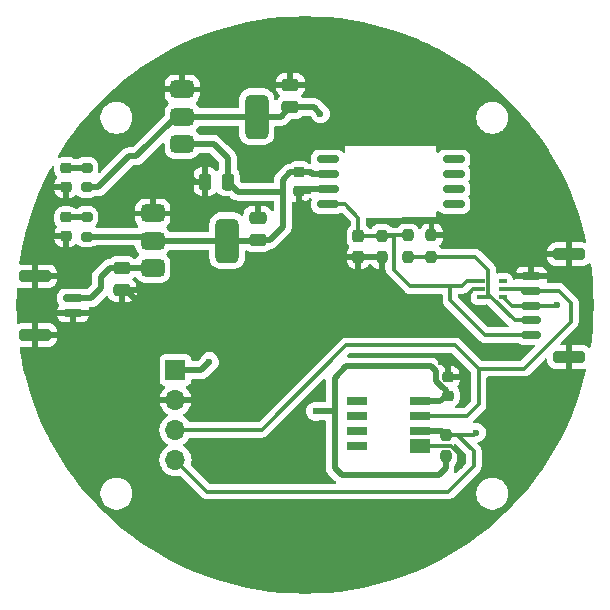
<source format=gtl>
G04 #@! TF.GenerationSoftware,KiCad,Pcbnew,8.0.1*
G04 #@! TF.CreationDate,2024-06-09T19:47:04+05:00*
G04 #@! TF.ProjectId,rocket_project,726f636b-6574-45f7-9072-6f6a6563742e,rev?*
G04 #@! TF.SameCoordinates,Original*
G04 #@! TF.FileFunction,Copper,L1,Top*
G04 #@! TF.FilePolarity,Positive*
%FSLAX46Y46*%
G04 Gerber Fmt 4.6, Leading zero omitted, Abs format (unit mm)*
G04 Created by KiCad (PCBNEW 8.0.1) date 2024-06-09 19:47:04*
%MOMM*%
%LPD*%
G01*
G04 APERTURE LIST*
G04 Aperture macros list*
%AMRoundRect*
0 Rectangle with rounded corners*
0 $1 Rounding radius*
0 $2 $3 $4 $5 $6 $7 $8 $9 X,Y pos of 4 corners*
0 Add a 4 corners polygon primitive as box body*
4,1,4,$2,$3,$4,$5,$6,$7,$8,$9,$2,$3,0*
0 Add four circle primitives for the rounded corners*
1,1,$1+$1,$2,$3*
1,1,$1+$1,$4,$5*
1,1,$1+$1,$6,$7*
1,1,$1+$1,$8,$9*
0 Add four rect primitives between the rounded corners*
20,1,$1+$1,$2,$3,$4,$5,0*
20,1,$1+$1,$4,$5,$6,$7,0*
20,1,$1+$1,$6,$7,$8,$9,0*
20,1,$1+$1,$8,$9,$2,$3,0*%
G04 Aperture macros list end*
G04 #@! TA.AperFunction,SMDPad,CuDef*
%ADD10RoundRect,0.150000X0.700000X-0.150000X0.700000X0.150000X-0.700000X0.150000X-0.700000X-0.150000X0*%
G04 #@! TD*
G04 #@! TA.AperFunction,SMDPad,CuDef*
%ADD11RoundRect,0.250000X1.100000X-0.250000X1.100000X0.250000X-1.100000X0.250000X-1.100000X-0.250000X0*%
G04 #@! TD*
G04 #@! TA.AperFunction,SMDPad,CuDef*
%ADD12RoundRect,0.250000X-0.475000X0.250000X-0.475000X-0.250000X0.475000X-0.250000X0.475000X0.250000X0*%
G04 #@! TD*
G04 #@! TA.AperFunction,SMDPad,CuDef*
%ADD13RoundRect,0.237500X-0.237500X0.250000X-0.237500X-0.250000X0.237500X-0.250000X0.237500X0.250000X0*%
G04 #@! TD*
G04 #@! TA.AperFunction,SMDPad,CuDef*
%ADD14RoundRect,0.200000X-0.275000X0.200000X-0.275000X-0.200000X0.275000X-0.200000X0.275000X0.200000X0*%
G04 #@! TD*
G04 #@! TA.AperFunction,ComponentPad*
%ADD15R,1.700000X1.700000*%
G04 #@! TD*
G04 #@! TA.AperFunction,ComponentPad*
%ADD16O,1.700000X1.700000*%
G04 #@! TD*
G04 #@! TA.AperFunction,SMDPad,CuDef*
%ADD17RoundRect,0.225000X-0.250000X0.225000X-0.250000X-0.225000X0.250000X-0.225000X0.250000X0.225000X0*%
G04 #@! TD*
G04 #@! TA.AperFunction,SMDPad,CuDef*
%ADD18RoundRect,0.250000X0.475000X-0.250000X0.475000X0.250000X-0.475000X0.250000X-0.475000X-0.250000X0*%
G04 #@! TD*
G04 #@! TA.AperFunction,SMDPad,CuDef*
%ADD19RoundRect,0.150000X-0.700000X0.150000X-0.700000X-0.150000X0.700000X-0.150000X0.700000X0.150000X0*%
G04 #@! TD*
G04 #@! TA.AperFunction,SMDPad,CuDef*
%ADD20RoundRect,0.250000X-1.100000X0.250000X-1.100000X-0.250000X1.100000X-0.250000X1.100000X0.250000X0*%
G04 #@! TD*
G04 #@! TA.AperFunction,SMDPad,CuDef*
%ADD21RoundRect,0.375000X-0.625000X-0.375000X0.625000X-0.375000X0.625000X0.375000X-0.625000X0.375000X0*%
G04 #@! TD*
G04 #@! TA.AperFunction,SMDPad,CuDef*
%ADD22RoundRect,0.500000X-0.500000X-1.400000X0.500000X-1.400000X0.500000X1.400000X-0.500000X1.400000X0*%
G04 #@! TD*
G04 #@! TA.AperFunction,SMDPad,CuDef*
%ADD23RoundRect,0.237500X0.237500X-0.250000X0.237500X0.250000X-0.237500X0.250000X-0.237500X-0.250000X0*%
G04 #@! TD*
G04 #@! TA.AperFunction,SMDPad,CuDef*
%ADD24RoundRect,0.225000X0.250000X-0.225000X0.250000X0.225000X-0.250000X0.225000X-0.250000X-0.225000X0*%
G04 #@! TD*
G04 #@! TA.AperFunction,SMDPad,CuDef*
%ADD25R,1.800000X1.200000*%
G04 #@! TD*
G04 #@! TA.AperFunction,SMDPad,CuDef*
%ADD26R,1.800000X0.800000*%
G04 #@! TD*
G04 #@! TA.AperFunction,SMDPad,CuDef*
%ADD27RoundRect,0.250000X-0.250000X-0.475000X0.250000X-0.475000X0.250000X0.475000X-0.250000X0.475000X0*%
G04 #@! TD*
G04 #@! TA.AperFunction,SMDPad,CuDef*
%ADD28RoundRect,0.218750X0.256250X-0.218750X0.256250X0.218750X-0.256250X0.218750X-0.256250X-0.218750X0*%
G04 #@! TD*
G04 #@! TA.AperFunction,SMDPad,CuDef*
%ADD29RoundRect,0.100000X-0.225000X-0.100000X0.225000X-0.100000X0.225000X0.100000X-0.225000X0.100000X0*%
G04 #@! TD*
G04 #@! TA.AperFunction,SMDPad,CuDef*
%ADD30RoundRect,0.150000X-0.750000X-0.150000X0.750000X-0.150000X0.750000X0.150000X-0.750000X0.150000X0*%
G04 #@! TD*
G04 #@! TA.AperFunction,SMDPad,CuDef*
%ADD31RoundRect,0.237500X-0.237500X0.300000X-0.237500X-0.300000X0.237500X-0.300000X0.237500X0.300000X0*%
G04 #@! TD*
G04 #@! TA.AperFunction,ViaPad*
%ADD32C,0.600000*%
G04 #@! TD*
G04 #@! TA.AperFunction,Conductor*
%ADD33C,0.500000*%
G04 #@! TD*
G04 #@! TA.AperFunction,Conductor*
%ADD34C,0.300000*%
G04 #@! TD*
G04 APERTURE END LIST*
D10*
X176650000Y-97749999D03*
X176650000Y-96500000D03*
X176649999Y-95250000D03*
X176650000Y-94000000D03*
X176650000Y-92750001D03*
D11*
X179850000Y-99600000D03*
X179850000Y-90900000D03*
D12*
X156250000Y-76550001D03*
X156250000Y-78449999D03*
X153500000Y-87800001D03*
X153500000Y-89699999D03*
D13*
X169394998Y-106182500D03*
X169394998Y-108007500D03*
D14*
X139000000Y-87750000D03*
X139000000Y-89400000D03*
D15*
X146525000Y-100700000D03*
D16*
X146525000Y-103240000D03*
X146525000Y-105780000D03*
X146525000Y-108320000D03*
D17*
X169600000Y-101320000D03*
X169600000Y-102870000D03*
D18*
X142000000Y-93949999D03*
X142000000Y-92050001D03*
D14*
X139000000Y-83575000D03*
X139000000Y-85225000D03*
D19*
X137850000Y-94625000D03*
X137850000Y-95875000D03*
D20*
X134650000Y-92775000D03*
X134650000Y-97725000D03*
D21*
X144600000Y-87450000D03*
X144600001Y-89750000D03*
D22*
X150899999Y-89750000D03*
D21*
X144600000Y-92050000D03*
D23*
X166200000Y-91112500D03*
X166200000Y-89287500D03*
D24*
X156999999Y-85524998D03*
X156999999Y-83974998D03*
D13*
X168200000Y-89287500D03*
X168200000Y-91112500D03*
D23*
X163999999Y-91162499D03*
X163999999Y-89337499D03*
D25*
X167199999Y-107140000D03*
D26*
X167200000Y-105870000D03*
X167200000Y-104600000D03*
X167199999Y-103330000D03*
X161920001Y-103330000D03*
X161920000Y-104600000D03*
X161920000Y-105870000D03*
X161920001Y-107140000D03*
D27*
X149050001Y-84750000D03*
X150949999Y-84750000D03*
D28*
X137250000Y-85187501D03*
X137250000Y-83612499D03*
D29*
X172350000Y-93200000D03*
X172350000Y-93850000D03*
X172350000Y-94500000D03*
X174250000Y-94500000D03*
X174250000Y-93850000D03*
X174250000Y-93200000D03*
D21*
X147100000Y-76950000D03*
X147100000Y-79250000D03*
D22*
X153400000Y-79250000D03*
D21*
X147100000Y-81550000D03*
D28*
X137249999Y-89362501D03*
X137249999Y-87787499D03*
D30*
X159425000Y-82845000D03*
X159425000Y-84115000D03*
X159425000Y-85385000D03*
X159425000Y-86655000D03*
X170075000Y-86655000D03*
X170075000Y-85385000D03*
X170075000Y-84115000D03*
X170075000Y-82845000D03*
D31*
X161999999Y-89387498D03*
X161999999Y-91112500D03*
D32*
X139700000Y-90660000D03*
X139700000Y-103360000D03*
X152400000Y-103360000D03*
X156400000Y-75000000D03*
X165100000Y-113520000D03*
X144780000Y-108440000D03*
X154940000Y-113520000D03*
X180340000Y-98280000D03*
X175260000Y-105900000D03*
X160020000Y-93200000D03*
X177800000Y-83040000D03*
X167640000Y-95740000D03*
X152400000Y-93200000D03*
X147800000Y-84400000D03*
X165900000Y-79800000D03*
X160020000Y-95740000D03*
X172720000Y-85580000D03*
X142240000Y-100820000D03*
X160020000Y-75420000D03*
X137000000Y-90600000D03*
X143400000Y-95000000D03*
X152400000Y-83040000D03*
X167640000Y-77960000D03*
X139700000Y-98280000D03*
X154940000Y-72880000D03*
X160800000Y-91400000D03*
X144780000Y-100820000D03*
X165100000Y-72880000D03*
X157200000Y-86600000D03*
X162560000Y-113520000D03*
X137000000Y-86400000D03*
X157480000Y-105900000D03*
X162560000Y-75420000D03*
X137160000Y-103360000D03*
X152400000Y-116060000D03*
X145000000Y-76600000D03*
X142600000Y-87600000D03*
X160020000Y-88120000D03*
X149860000Y-72880000D03*
X165100000Y-116060000D03*
X165100000Y-75420000D03*
X142240000Y-85580000D03*
X177800000Y-103360000D03*
X154940000Y-108440000D03*
X149860000Y-113520000D03*
X154940000Y-98280000D03*
X177800000Y-85580000D03*
X149860000Y-101600000D03*
X147320000Y-98280000D03*
X162560000Y-77960000D03*
X160020000Y-98280000D03*
X169000000Y-100000000D03*
X142240000Y-90660000D03*
X162560000Y-80500000D03*
X170180000Y-77960000D03*
X154940000Y-116060000D03*
X175260000Y-85580000D03*
X167640000Y-75420000D03*
X157480000Y-95740000D03*
X134620000Y-90660000D03*
X172720000Y-88120000D03*
X162900000Y-94400000D03*
X177800000Y-105900000D03*
X139700000Y-105900000D03*
X157480000Y-108440000D03*
X167640000Y-80500000D03*
X152400000Y-113520000D03*
X149860000Y-95740000D03*
X149860000Y-116060000D03*
X167640000Y-113520000D03*
X160020000Y-116060000D03*
X175260000Y-83040000D03*
X165100000Y-77960000D03*
X134620000Y-100820000D03*
X144780000Y-103360000D03*
X147320000Y-116060000D03*
X147320000Y-93200000D03*
X147320000Y-113520000D03*
X175260000Y-108440000D03*
X149860000Y-93200000D03*
X172720000Y-83040000D03*
X142240000Y-98280000D03*
X147320000Y-88120000D03*
X149800000Y-109300000D03*
X157480000Y-118600000D03*
X157480000Y-90660000D03*
X139700000Y-108440000D03*
X137160000Y-105900000D03*
X137160000Y-100820000D03*
X171200000Y-94400000D03*
X137160000Y-98280000D03*
X165100000Y-95740000D03*
X170180000Y-75420000D03*
X148500000Y-74900000D03*
X144780000Y-98280000D03*
X170600000Y-108800000D03*
X142240000Y-103360000D03*
X144780000Y-110980000D03*
X177800000Y-88120000D03*
X147320000Y-95740000D03*
X157480000Y-93200000D03*
X162560000Y-72880000D03*
X167640000Y-116060000D03*
X137160000Y-93200000D03*
X170180000Y-80500000D03*
X180340000Y-93200000D03*
X139800000Y-96200000D03*
X157480000Y-100820000D03*
X157480000Y-88120000D03*
X154940000Y-103360000D03*
X162560000Y-95740000D03*
X160020000Y-72880000D03*
X160020000Y-113520000D03*
X169400000Y-89000000D03*
X175260000Y-88120000D03*
X162560000Y-116060000D03*
X144780000Y-113520000D03*
X149860000Y-77960000D03*
X154940000Y-118600000D03*
X152400000Y-108440000D03*
X160020000Y-118600000D03*
X175000000Y-91800000D03*
X160020000Y-80500000D03*
X144780000Y-105900000D03*
X157480000Y-72880000D03*
X134620000Y-95740000D03*
X157480000Y-113520000D03*
X142240000Y-108440000D03*
X142240000Y-105900000D03*
X152400000Y-72880000D03*
X157480000Y-98280000D03*
X152400000Y-75420000D03*
X139700000Y-100820000D03*
X146300000Y-85500000D03*
X170180000Y-113520000D03*
X157480000Y-116060000D03*
X149400000Y-100000000D03*
X158800000Y-79000000D03*
X158400000Y-104200000D03*
X178800000Y-95200000D03*
X172000000Y-106000000D03*
D33*
X156225002Y-83974998D02*
X156999999Y-83974998D01*
X153500000Y-89699999D02*
X154500001Y-89699999D01*
X144250001Y-89400000D02*
X144600001Y-89750000D01*
X153449999Y-89750000D02*
X153500000Y-89699999D01*
X150949999Y-82749999D02*
X150949999Y-84750000D01*
X156999999Y-83974998D02*
X157974998Y-83974998D01*
X157974998Y-83974998D02*
X158115000Y-84115000D01*
X139000000Y-89400000D02*
X144250001Y-89400000D01*
X155600000Y-85600000D02*
X151799999Y-85600000D01*
X155600000Y-84600000D02*
X156225002Y-83974998D01*
X158115000Y-84115000D02*
X159425000Y-84115000D01*
X144600001Y-89750000D02*
X150899999Y-89750000D01*
X147100000Y-81550000D02*
X149750000Y-81550000D01*
X154500001Y-89699999D02*
X155600000Y-88600000D01*
X155600000Y-88600000D02*
X155600000Y-85600000D01*
X155600000Y-85600000D02*
X155600000Y-84600000D01*
X149750000Y-81550000D02*
X150949999Y-82749999D01*
X150899999Y-89750000D02*
X153449999Y-89750000D01*
X151799999Y-85600000D02*
X150949999Y-84750000D01*
D34*
X169112500Y-89287500D02*
X169400000Y-89000000D01*
D33*
X157139997Y-85385000D02*
X156999999Y-85524998D01*
D34*
X137249999Y-90350001D02*
X137000000Y-90600000D01*
D33*
X159425000Y-85385000D02*
X157139997Y-85385000D01*
X156999999Y-86399999D02*
X157200000Y-86600000D01*
D34*
X168200000Y-89287500D02*
X169112500Y-89287500D01*
X175000000Y-91800000D02*
X175000000Y-92200000D01*
D33*
X156250000Y-76550001D02*
X156250000Y-75150000D01*
X156999999Y-85524998D02*
X156999999Y-86399999D01*
D34*
X171750000Y-93850000D02*
X171200000Y-94400000D01*
X137249999Y-89362501D02*
X137249999Y-90350001D01*
X172350000Y-93850000D02*
X171750000Y-93850000D01*
D33*
X137850000Y-95875000D02*
X139475000Y-95875000D01*
D34*
X161999999Y-91112500D02*
X161087500Y-91112500D01*
X137250000Y-86150000D02*
X137000000Y-86400000D01*
X175550001Y-92750001D02*
X176650000Y-92750001D01*
D33*
X148150000Y-84750000D02*
X147800000Y-84400000D01*
D34*
X175000000Y-92200000D02*
X175550001Y-92750001D01*
D33*
X147100000Y-76950000D02*
X145350000Y-76950000D01*
X149050001Y-84750000D02*
X148150000Y-84750000D01*
D34*
X161087500Y-91112500D02*
X160800000Y-91400000D01*
X137250000Y-85187501D02*
X137250000Y-86150000D01*
X142750000Y-87450000D02*
X142600000Y-87600000D01*
X170600000Y-107887570D02*
X170600000Y-108800000D01*
X163950000Y-91112500D02*
X163999999Y-91162499D01*
D33*
X156250000Y-75150000D02*
X156400000Y-75000000D01*
X142349999Y-93949999D02*
X143400000Y-95000000D01*
X139475000Y-95875000D02*
X139800000Y-96200000D01*
D34*
X167199999Y-107140000D02*
X169852430Y-107140000D01*
X169852430Y-107140000D02*
X170600000Y-107887570D01*
D33*
X145350000Y-76950000D02*
X145000000Y-76600000D01*
D34*
X169394998Y-101320000D02*
X169600000Y-101114998D01*
D33*
X142000000Y-93949999D02*
X142349999Y-93949999D01*
D34*
X169600000Y-101114998D02*
X169600000Y-100600000D01*
X144600000Y-87450000D02*
X142750000Y-87450000D01*
X161999999Y-91112500D02*
X163950000Y-91112500D01*
X169600000Y-100600000D02*
X169000000Y-100000000D01*
X163999999Y-89337499D02*
X164849999Y-89337499D01*
X169800000Y-94800000D02*
X172749999Y-97749999D01*
X165000000Y-92200000D02*
X166400000Y-93600000D01*
X165000000Y-89487500D02*
X165000000Y-92200000D01*
X159425000Y-86655000D02*
X160855000Y-86655000D01*
X169800000Y-93600000D02*
X169800000Y-94800000D01*
X164849999Y-89337499D02*
X165000000Y-89487500D01*
X164049998Y-89287500D02*
X163999999Y-89337499D01*
X166400000Y-93600000D02*
X170800000Y-93600000D01*
X161999999Y-89387498D02*
X163950000Y-89387498D01*
X160855000Y-86655000D02*
X161999999Y-87799999D01*
X172350000Y-93200000D02*
X171200000Y-93200000D01*
X172749999Y-97749999D02*
X176650000Y-97749999D01*
X170800000Y-93600000D02*
X169800000Y-93600000D01*
X171200000Y-93200000D02*
X170800000Y-93600000D01*
X163950000Y-89387498D02*
X163999999Y-89337499D01*
X165000000Y-89287500D02*
X164049998Y-89287500D01*
X166200000Y-89287500D02*
X165000000Y-89287500D01*
X161999999Y-87799999D02*
X161999999Y-89387498D01*
D33*
X169120000Y-102120000D02*
X169394998Y-102394998D01*
X169394998Y-102394998D02*
X169394998Y-102870000D01*
X169394998Y-108007500D02*
X169394998Y-109005002D01*
X168934998Y-103330000D02*
X169394998Y-102870000D01*
X146525000Y-100700000D02*
X148700000Y-100700000D01*
X161000000Y-100400000D02*
X168200000Y-100400000D01*
X155449999Y-79250000D02*
X156250000Y-78449999D01*
X168600000Y-101614408D02*
X169105592Y-102120000D01*
X158249999Y-78449999D02*
X158800000Y-79000000D01*
X168600000Y-100800000D02*
X168600000Y-101614408D01*
X139000000Y-85225000D02*
X139975000Y-85225000D01*
X160000000Y-104200000D02*
X160000000Y-101400000D01*
X168800000Y-109600000D02*
X160600000Y-109600000D01*
X153400000Y-79250000D02*
X155449999Y-79250000D01*
X139975000Y-85225000D02*
X142600000Y-82600000D01*
X168200000Y-100400000D02*
X168600000Y-100800000D01*
X167199999Y-103330000D02*
X168934998Y-103330000D01*
X158400000Y-104200000D02*
X160000000Y-104200000D01*
X160000000Y-101400000D02*
X161000000Y-100400000D01*
X156250000Y-78449999D02*
X158249999Y-78449999D01*
X169394998Y-109005002D02*
X168800000Y-109600000D01*
X142600000Y-82600000D02*
X143200000Y-82600000D01*
X146550000Y-79250000D02*
X147100000Y-79250000D01*
X160000000Y-109000000D02*
X160000000Y-104200000D01*
X169105592Y-102120000D02*
X169120000Y-102120000D01*
X147100000Y-79250000D02*
X153400000Y-79250000D01*
X148700000Y-100700000D02*
X149400000Y-100000000D01*
X160600000Y-109600000D02*
X160000000Y-109000000D01*
X143200000Y-82600000D02*
X146550000Y-79250000D01*
X140949999Y-92050001D02*
X142000000Y-92050001D01*
X139375000Y-94625000D02*
X140200000Y-93800000D01*
X142000000Y-92050001D02*
X144600000Y-92050000D01*
X137850000Y-94625000D02*
X139375000Y-94625000D01*
X140200000Y-92800000D02*
X140949999Y-92050001D01*
X140200000Y-93800000D02*
X140200000Y-92800000D01*
X137249999Y-87787499D02*
X138962501Y-87787499D01*
X138962501Y-87787499D02*
X139000000Y-87750000D01*
X137250000Y-83612499D02*
X138962501Y-83612499D01*
X138962501Y-83612499D02*
X139000000Y-83575000D01*
D34*
X176650000Y-96500000D02*
X175250000Y-96500000D01*
X173250000Y-94500000D02*
X172350000Y-94500000D01*
X166200000Y-91112500D02*
X168200000Y-91112500D01*
X175250000Y-96500000D02*
X173250000Y-94500000D01*
X173025000Y-94275000D02*
X173250000Y-94500000D01*
X171912500Y-91112500D02*
X173025000Y-92225000D01*
X173025000Y-92225000D02*
X173025000Y-94275000D01*
X168200000Y-91112500D02*
X171912500Y-91112500D01*
D33*
X167200000Y-105870000D02*
X169082498Y-105870000D01*
D34*
X178750000Y-95250000D02*
X176649999Y-95250000D01*
X171800000Y-108800000D02*
X171800000Y-107600000D01*
X178800000Y-95200000D02*
X178750000Y-95250000D01*
X171800000Y-107600000D02*
X170382500Y-106182500D01*
X175000000Y-95250000D02*
X176649999Y-95250000D01*
X171817500Y-106182500D02*
X172000000Y-106000000D01*
D33*
X169082498Y-105870000D02*
X169394998Y-106182500D01*
D34*
X170382500Y-106182500D02*
X169394998Y-106182500D01*
X149205000Y-111000000D02*
X169600000Y-111000000D01*
X169600000Y-111000000D02*
X171800000Y-108800000D01*
X174250000Y-94500000D02*
X175000000Y-95250000D01*
X146525000Y-108320000D02*
X149205000Y-111000000D01*
X170382500Y-106182500D02*
X171817500Y-106182500D01*
X172200000Y-100600000D02*
X176000000Y-100600000D01*
X172200000Y-103600000D02*
X171200000Y-104600000D01*
X179000000Y-94000000D02*
X176650000Y-94000000D01*
X171200000Y-104600000D02*
X167200000Y-104600000D01*
X176000000Y-100600000D02*
X180000000Y-96600000D01*
X180000000Y-96600000D02*
X180000000Y-95000000D01*
X161000000Y-98600000D02*
X170200000Y-98600000D01*
X180000000Y-95000000D02*
X179000000Y-94000000D01*
X146525000Y-105780000D02*
X153820000Y-105780000D01*
X170200000Y-98600000D02*
X172200000Y-100600000D01*
X172200000Y-100600000D02*
X172200000Y-103600000D01*
X153820000Y-105780000D02*
X161000000Y-98600000D01*
X174250000Y-93850000D02*
X176500000Y-93850000D01*
X176500000Y-93850000D02*
X176650000Y-94000000D01*
G04 #@! TA.AperFunction,Conductor*
G36*
X158471749Y-70773924D02*
G01*
X158476676Y-70774122D01*
X159454375Y-70833263D01*
X159459316Y-70833662D01*
X160433816Y-70932119D01*
X160438750Y-70932718D01*
X161408486Y-71070333D01*
X161413383Y-71071129D01*
X162376799Y-71247682D01*
X162381683Y-71248679D01*
X163337191Y-71463877D01*
X163342030Y-71465070D01*
X164288121Y-71718574D01*
X164292883Y-71719954D01*
X165227992Y-72011346D01*
X165232669Y-72012907D01*
X166155330Y-72341730D01*
X166159938Y-72343478D01*
X167068596Y-72709182D01*
X167073135Y-72711115D01*
X167333071Y-72828103D01*
X167966312Y-73113102D01*
X167970824Y-73115243D01*
X168397371Y-73328269D01*
X168847071Y-73552859D01*
X168851472Y-73555168D01*
X169709392Y-74027713D01*
X169713696Y-74030198D01*
X170551907Y-74536915D01*
X170556077Y-74539552D01*
X171373204Y-75079608D01*
X171377305Y-75082439D01*
X172172025Y-75654959D01*
X172175978Y-75657930D01*
X172588188Y-75980876D01*
X172947000Y-76261988D01*
X172950846Y-76265128D01*
X173462097Y-76700000D01*
X173696880Y-76899707D01*
X173700618Y-76903018D01*
X174420542Y-77567165D01*
X174424143Y-77570625D01*
X175116674Y-78263156D01*
X175120134Y-78266757D01*
X175784281Y-78986681D01*
X175787588Y-78990415D01*
X176422166Y-79736447D01*
X176425311Y-79740299D01*
X176629166Y-80000500D01*
X177019243Y-80498396D01*
X177029354Y-80511301D01*
X177032345Y-80515282D01*
X177357803Y-80967052D01*
X177604854Y-81309985D01*
X177607691Y-81314095D01*
X178122655Y-82093256D01*
X178147731Y-82131196D01*
X178150392Y-82135405D01*
X178399646Y-82547721D01*
X178657095Y-82973594D01*
X178659592Y-82977919D01*
X179132125Y-83835817D01*
X179134446Y-83840239D01*
X179572056Y-84716475D01*
X179574197Y-84720987D01*
X179976172Y-85614137D01*
X179978127Y-85618727D01*
X180297209Y-86411545D01*
X180343809Y-86527330D01*
X180345578Y-86531997D01*
X180536735Y-87068372D01*
X180674382Y-87454601D01*
X180675963Y-87459338D01*
X180967338Y-88394393D01*
X180968728Y-88399190D01*
X181222229Y-89345271D01*
X181223424Y-89350119D01*
X181321366Y-89784993D01*
X181316892Y-89854720D01*
X181275431Y-89910958D01*
X181210148Y-89935854D01*
X181161393Y-89929944D01*
X181102700Y-89910495D01*
X181102690Y-89910493D01*
X180999986Y-89900000D01*
X180100000Y-89900000D01*
X180100000Y-91899999D01*
X180999972Y-91899999D01*
X180999986Y-91899998D01*
X181102697Y-91889505D01*
X181269119Y-91834358D01*
X181269124Y-91834356D01*
X181418342Y-91742317D01*
X181474316Y-91686343D01*
X181535639Y-91652858D01*
X181605331Y-91657842D01*
X181661265Y-91699713D01*
X181684768Y-91756602D01*
X181754579Y-92248537D01*
X181755181Y-92253494D01*
X181853635Y-93227964D01*
X181854037Y-93232942D01*
X181913175Y-94210592D01*
X181913376Y-94215582D01*
X181933098Y-95194813D01*
X181933098Y-95199807D01*
X181913376Y-96179037D01*
X181913175Y-96184027D01*
X181854037Y-97161677D01*
X181853635Y-97166655D01*
X181755181Y-98141125D01*
X181754579Y-98146082D01*
X181671673Y-98730302D01*
X181642765Y-98793911D01*
X181584056Y-98831793D01*
X181514186Y-98831921D01*
X181461222Y-98800561D01*
X181418345Y-98757684D01*
X181269124Y-98665643D01*
X181269119Y-98665641D01*
X181102697Y-98610494D01*
X181102690Y-98610493D01*
X180999986Y-98600000D01*
X180100000Y-98600000D01*
X180100000Y-100599999D01*
X180999972Y-100599999D01*
X180999986Y-100599998D01*
X181102695Y-100589506D01*
X181135743Y-100578555D01*
X181205572Y-100576153D01*
X181265614Y-100611884D01*
X181296807Y-100674405D01*
X181295718Y-100723506D01*
X181223424Y-101044500D01*
X181222229Y-101049348D01*
X180968728Y-101995429D01*
X180967338Y-102000226D01*
X180675963Y-102935281D01*
X180674382Y-102940018D01*
X180345580Y-103862619D01*
X180343809Y-103867289D01*
X179978129Y-104775888D01*
X179976172Y-104780482D01*
X179574197Y-105673632D01*
X179572056Y-105678144D01*
X179134446Y-106554380D01*
X179132125Y-106558802D01*
X178659592Y-107416700D01*
X178657095Y-107421025D01*
X178150400Y-108259202D01*
X178147731Y-108263423D01*
X177607691Y-109080524D01*
X177604854Y-109084634D01*
X177032354Y-109879326D01*
X177029354Y-109883318D01*
X176425311Y-110654320D01*
X176422152Y-110658189D01*
X175787592Y-111404200D01*
X175784281Y-111407938D01*
X175120134Y-112127862D01*
X175116674Y-112131463D01*
X174424143Y-112823994D01*
X174420542Y-112827454D01*
X173700618Y-113491601D01*
X173696880Y-113494912D01*
X172950869Y-114129472D01*
X172947000Y-114132631D01*
X172175998Y-114736674D01*
X172172006Y-114739674D01*
X171377314Y-115312174D01*
X171373204Y-115315011D01*
X170556103Y-115855051D01*
X170551882Y-115857720D01*
X169713706Y-116364415D01*
X169709381Y-116366912D01*
X168851482Y-116839445D01*
X168847060Y-116841766D01*
X167970824Y-117279376D01*
X167966312Y-117281517D01*
X167073162Y-117683492D01*
X167068568Y-117685449D01*
X166159969Y-118051129D01*
X166155299Y-118052900D01*
X165232698Y-118381702D01*
X165227961Y-118383283D01*
X164292906Y-118674658D01*
X164288109Y-118676048D01*
X163342028Y-118929549D01*
X163337180Y-118930744D01*
X162381688Y-119145939D01*
X162376795Y-119146938D01*
X161413400Y-119323487D01*
X161408470Y-119324288D01*
X160438762Y-119461899D01*
X160433805Y-119462501D01*
X159459335Y-119560955D01*
X159454357Y-119561357D01*
X158476707Y-119620495D01*
X158471717Y-119620696D01*
X157492487Y-119640418D01*
X157487493Y-119640418D01*
X156508262Y-119620696D01*
X156503272Y-119620495D01*
X155525622Y-119561357D01*
X155520644Y-119560955D01*
X154546174Y-119462501D01*
X154541217Y-119461899D01*
X153571509Y-119324288D01*
X153566579Y-119323487D01*
X152603184Y-119146938D01*
X152598291Y-119145939D01*
X151642799Y-118930744D01*
X151637951Y-118929549D01*
X150691870Y-118676048D01*
X150687073Y-118674658D01*
X149752018Y-118383283D01*
X149747281Y-118381702D01*
X148824680Y-118052900D01*
X148820010Y-118051129D01*
X147911411Y-117685449D01*
X147906817Y-117683492D01*
X147013667Y-117281517D01*
X147009155Y-117279376D01*
X146132919Y-116841766D01*
X146128497Y-116839445D01*
X145270599Y-116366912D01*
X145266274Y-116364415D01*
X144602460Y-115963126D01*
X144428085Y-115857712D01*
X144423889Y-115855059D01*
X143606775Y-115315011D01*
X143602665Y-115312174D01*
X142807973Y-114739674D01*
X142803993Y-114736683D01*
X142032979Y-114132631D01*
X142029127Y-114129486D01*
X141283095Y-113494908D01*
X141279361Y-113491601D01*
X140559437Y-112827454D01*
X140555836Y-112823994D01*
X139863305Y-112131463D01*
X139859845Y-112127862D01*
X139195698Y-111407938D01*
X139192387Y-111404200D01*
X139077757Y-111269437D01*
X139077756Y-111269436D01*
X140173183Y-111269436D01*
X140195119Y-111407938D01*
X140206437Y-111479393D01*
X140262033Y-111650500D01*
X140272127Y-111681564D01*
X140368634Y-111870970D01*
X140493573Y-112042936D01*
X140643896Y-112193259D01*
X140815862Y-112318198D01*
X140815864Y-112318199D01*
X140815867Y-112318201D01*
X141005271Y-112414707D01*
X141207440Y-112480396D01*
X141417396Y-112513650D01*
X141417397Y-112513650D01*
X141629969Y-112513650D01*
X141629970Y-112513650D01*
X141839926Y-112480396D01*
X142042095Y-112414707D01*
X142231499Y-112318201D01*
X142253472Y-112302236D01*
X142403469Y-112193259D01*
X142403471Y-112193256D01*
X142403475Y-112193254D01*
X142553787Y-112042942D01*
X142553789Y-112042938D01*
X142553792Y-112042936D01*
X142678731Y-111870970D01*
X142678730Y-111870970D01*
X142678734Y-111870966D01*
X142775240Y-111681562D01*
X142840929Y-111479393D01*
X142874183Y-111269437D01*
X142874183Y-111056863D01*
X142840929Y-110846907D01*
X142775240Y-110644738D01*
X142678734Y-110455334D01*
X142678732Y-110455331D01*
X142678731Y-110455329D01*
X142553792Y-110283363D01*
X142403469Y-110133040D01*
X142231503Y-110008101D01*
X142042097Y-109911594D01*
X142042096Y-109911593D01*
X142042095Y-109911593D01*
X141839926Y-109845904D01*
X141839924Y-109845903D01*
X141839923Y-109845903D01*
X141678640Y-109820358D01*
X141629970Y-109812650D01*
X141417396Y-109812650D01*
X141368725Y-109820358D01*
X141207443Y-109845903D01*
X141005268Y-109911594D01*
X140815862Y-110008101D01*
X140643896Y-110133040D01*
X140493573Y-110283363D01*
X140368634Y-110455329D01*
X140272127Y-110644735D01*
X140272126Y-110644737D01*
X140272126Y-110644738D01*
X140239281Y-110745822D01*
X140206436Y-110846910D01*
X140173183Y-111056863D01*
X140173183Y-111269436D01*
X139077756Y-111269436D01*
X138557808Y-110658166D01*
X138554668Y-110654320D01*
X138296480Y-110324768D01*
X137950610Y-109883298D01*
X137947639Y-109879345D01*
X137375119Y-109084625D01*
X137372288Y-109080524D01*
X136832232Y-108263397D01*
X136829595Y-108259227D01*
X136322878Y-107421016D01*
X136320387Y-107416701D01*
X136320386Y-107416700D01*
X135847848Y-106558792D01*
X135845533Y-106554380D01*
X135788285Y-106439752D01*
X135407923Y-105678144D01*
X135405782Y-105673632D01*
X135251650Y-105331166D01*
X135003795Y-104780455D01*
X135001862Y-104775916D01*
X134636158Y-103867258D01*
X134634410Y-103862650D01*
X134305587Y-102939989D01*
X134304026Y-102935312D01*
X134012634Y-102000203D01*
X134011251Y-101995429D01*
X134010813Y-101993796D01*
X133757750Y-101049348D01*
X133756555Y-101044500D01*
X133734684Y-100947392D01*
X133541359Y-100089003D01*
X133540361Y-100084115D01*
X133515692Y-99949500D01*
X133363809Y-99120703D01*
X133363011Y-99115790D01*
X133326986Y-98861932D01*
X133337056Y-98792792D01*
X133382908Y-98740072D01*
X133449983Y-98720510D01*
X133462360Y-98721152D01*
X133500021Y-98724999D01*
X134399999Y-98724999D01*
X134400000Y-98724998D01*
X134400000Y-97975000D01*
X134900000Y-97975000D01*
X134900000Y-98724999D01*
X135799972Y-98724999D01*
X135799986Y-98724998D01*
X135902697Y-98714505D01*
X136069119Y-98659358D01*
X136069124Y-98659356D01*
X136218345Y-98567315D01*
X136342315Y-98443345D01*
X136434356Y-98294124D01*
X136434358Y-98294119D01*
X136489505Y-98127697D01*
X136489506Y-98127690D01*
X136499999Y-98024986D01*
X136500000Y-98024973D01*
X136500000Y-97975000D01*
X134900000Y-97975000D01*
X134400000Y-97975000D01*
X134400000Y-96725000D01*
X134900000Y-96725000D01*
X134900000Y-97475000D01*
X136499999Y-97475000D01*
X136499999Y-97425028D01*
X136499998Y-97425013D01*
X136489505Y-97322302D01*
X136434358Y-97155880D01*
X136434356Y-97155875D01*
X136342315Y-97006654D01*
X136218345Y-96882684D01*
X136069124Y-96790643D01*
X136069119Y-96790641D01*
X135902697Y-96735494D01*
X135902690Y-96735493D01*
X135799986Y-96725000D01*
X134900000Y-96725000D01*
X134400000Y-96725000D01*
X133500028Y-96725000D01*
X133500012Y-96725001D01*
X133397302Y-96735494D01*
X133259044Y-96781308D01*
X133189215Y-96783710D01*
X133129173Y-96747978D01*
X133097981Y-96685457D01*
X133096267Y-96671103D01*
X133066802Y-96183996D01*
X133066604Y-96179069D01*
X133065515Y-96125001D01*
X136502704Y-96125001D01*
X136502899Y-96127486D01*
X136548718Y-96285198D01*
X136632314Y-96426552D01*
X136632321Y-96426561D01*
X136748438Y-96542678D01*
X136748447Y-96542685D01*
X136889803Y-96626282D01*
X136889806Y-96626283D01*
X137047504Y-96672099D01*
X137047510Y-96672100D01*
X137084350Y-96674999D01*
X137084366Y-96675000D01*
X137600000Y-96675000D01*
X137600000Y-96125000D01*
X138100000Y-96125000D01*
X138100000Y-96675000D01*
X138615634Y-96675000D01*
X138615649Y-96674999D01*
X138652489Y-96672100D01*
X138652495Y-96672099D01*
X138810193Y-96626283D01*
X138810196Y-96626282D01*
X138951552Y-96542685D01*
X138951561Y-96542678D01*
X139067678Y-96426561D01*
X139067685Y-96426552D01*
X139151281Y-96285198D01*
X139197100Y-96127486D01*
X139197295Y-96125001D01*
X139197295Y-96125000D01*
X138100000Y-96125000D01*
X137600000Y-96125000D01*
X136502705Y-96125000D01*
X136502704Y-96125001D01*
X133065515Y-96125001D01*
X133046881Y-95199792D01*
X133046881Y-95194813D01*
X133047078Y-95185043D01*
X133066604Y-94215548D01*
X133066802Y-94210625D01*
X133090017Y-93826836D01*
X133113714Y-93761110D01*
X133169184Y-93718627D01*
X133238817Y-93712878D01*
X133252795Y-93716620D01*
X133397302Y-93764505D01*
X133397309Y-93764506D01*
X133500019Y-93774999D01*
X134399999Y-93774999D01*
X134400000Y-93774998D01*
X134400000Y-93025000D01*
X134900000Y-93025000D01*
X134900000Y-93774999D01*
X135799972Y-93774999D01*
X135799986Y-93774998D01*
X135902697Y-93764505D01*
X136069119Y-93709358D01*
X136069124Y-93709356D01*
X136218345Y-93617315D01*
X136342315Y-93493345D01*
X136434356Y-93344124D01*
X136434358Y-93344119D01*
X136489505Y-93177697D01*
X136489506Y-93177690D01*
X136499999Y-93074986D01*
X136500000Y-93074973D01*
X136500000Y-93025000D01*
X134900000Y-93025000D01*
X134400000Y-93025000D01*
X134400000Y-91775000D01*
X134900000Y-91775000D01*
X134900000Y-92525000D01*
X136499999Y-92525000D01*
X136499999Y-92475028D01*
X136499998Y-92475013D01*
X136489505Y-92372302D01*
X136434358Y-92205880D01*
X136434356Y-92205875D01*
X136342315Y-92056654D01*
X136218345Y-91932684D01*
X136069124Y-91840643D01*
X136069119Y-91840641D01*
X135902697Y-91785494D01*
X135902690Y-91785493D01*
X135799986Y-91775000D01*
X134900000Y-91775000D01*
X134400000Y-91775000D01*
X133500028Y-91775000D01*
X133500007Y-91775002D01*
X133447181Y-91780398D01*
X133378489Y-91767628D01*
X133327605Y-91719746D01*
X133310685Y-91651956D01*
X133311809Y-91639637D01*
X133363013Y-91278813D01*
X133363812Y-91273900D01*
X133365777Y-91263181D01*
X133540363Y-90310490D01*
X133541360Y-90305611D01*
X133546463Y-90282953D01*
X133697462Y-89612501D01*
X136275000Y-89612501D01*
X136275000Y-89629153D01*
X136285055Y-89727584D01*
X136337905Y-89887073D01*
X136337907Y-89887078D01*
X136426113Y-90030081D01*
X136544918Y-90148886D01*
X136687921Y-90237092D01*
X136687926Y-90237094D01*
X136847415Y-90289943D01*
X136945854Y-90300000D01*
X136999998Y-90299999D01*
X136999999Y-90299999D01*
X136999999Y-89612501D01*
X136275000Y-89612501D01*
X133697462Y-89612501D01*
X133756560Y-89350097D01*
X133757750Y-89345271D01*
X133801355Y-89182535D01*
X134011258Y-88399165D01*
X134012630Y-88394429D01*
X134304031Y-87459292D01*
X134305582Y-87454645D01*
X134634416Y-86531953D01*
X134636151Y-86527377D01*
X135001869Y-85618685D01*
X135003787Y-85614182D01*
X135083305Y-85437501D01*
X136275001Y-85437501D01*
X136275001Y-85454153D01*
X136285056Y-85552584D01*
X136337906Y-85712073D01*
X136337908Y-85712078D01*
X136426114Y-85855081D01*
X136544919Y-85973886D01*
X136687922Y-86062092D01*
X136687927Y-86062094D01*
X136847416Y-86114943D01*
X136945855Y-86125000D01*
X136999999Y-86124999D01*
X137000000Y-86124999D01*
X137000000Y-85437501D01*
X136275001Y-85437501D01*
X135083305Y-85437501D01*
X135405785Y-84720978D01*
X135407923Y-84716475D01*
X135434068Y-84664125D01*
X135845549Y-83840207D01*
X135847837Y-83835848D01*
X136041886Y-83483546D01*
X136091472Y-83434323D01*
X136159799Y-83419721D01*
X136225173Y-83444378D01*
X136266840Y-83500464D01*
X136274500Y-83543372D01*
X136274500Y-83879180D01*
X136284563Y-83977682D01*
X136337450Y-84137283D01*
X136337455Y-84137294D01*
X136425716Y-84280386D01*
X136425719Y-84280390D01*
X136458001Y-84312672D01*
X136491486Y-84373995D01*
X136486502Y-84443687D01*
X136458001Y-84488034D01*
X136426114Y-84519920D01*
X136337908Y-84662923D01*
X136337906Y-84662928D01*
X136285057Y-84822417D01*
X136275000Y-84920850D01*
X136275000Y-84937501D01*
X137376000Y-84937501D01*
X137443039Y-84957186D01*
X137488794Y-85009990D01*
X137500000Y-85061501D01*
X137500000Y-86125000D01*
X137554136Y-86125000D01*
X137554152Y-86124999D01*
X137652583Y-86114944D01*
X137812072Y-86062094D01*
X137812077Y-86062092D01*
X137955077Y-85973888D01*
X138031472Y-85897493D01*
X138092795Y-85864008D01*
X138162487Y-85868992D01*
X138206835Y-85897493D01*
X138289811Y-85980469D01*
X138289813Y-85980470D01*
X138289815Y-85980472D01*
X138435394Y-86068478D01*
X138597804Y-86119086D01*
X138668384Y-86125500D01*
X138668387Y-86125500D01*
X139331613Y-86125500D01*
X139331616Y-86125500D01*
X139402196Y-86119086D01*
X139564606Y-86068478D01*
X139688828Y-85993382D01*
X139752977Y-85975500D01*
X140048920Y-85975500D01*
X140146462Y-85956096D01*
X140193913Y-85946658D01*
X140330495Y-85890084D01*
X140383750Y-85854500D01*
X140453416Y-85807952D01*
X141261367Y-85000000D01*
X148050002Y-85000000D01*
X148050002Y-85274986D01*
X148060495Y-85377697D01*
X148115642Y-85544119D01*
X148115644Y-85544124D01*
X148207685Y-85693345D01*
X148331655Y-85817315D01*
X148480876Y-85909356D01*
X148480881Y-85909358D01*
X148647303Y-85964505D01*
X148647310Y-85964506D01*
X148750020Y-85974999D01*
X148800000Y-85974998D01*
X148800001Y-85974998D01*
X148800001Y-85000000D01*
X148050002Y-85000000D01*
X141261367Y-85000000D01*
X141761367Y-84500000D01*
X148050001Y-84500000D01*
X148800001Y-84500000D01*
X148800001Y-83525000D01*
X148800000Y-83524999D01*
X148750030Y-83525000D01*
X148750012Y-83525001D01*
X148647303Y-83535494D01*
X148480881Y-83590641D01*
X148480876Y-83590643D01*
X148331655Y-83682684D01*
X148207685Y-83806654D01*
X148115644Y-83955875D01*
X148115642Y-83955880D01*
X148060495Y-84122302D01*
X148060494Y-84122309D01*
X148050001Y-84225013D01*
X148050001Y-84500000D01*
X141761367Y-84500000D01*
X142874548Y-83386818D01*
X142935871Y-83353334D01*
X142962229Y-83350500D01*
X143273920Y-83350500D01*
X143371462Y-83331096D01*
X143418913Y-83321658D01*
X143555495Y-83265084D01*
X143610374Y-83228415D01*
X143678416Y-83182952D01*
X145387821Y-81473545D01*
X145449142Y-81440062D01*
X145518833Y-81445046D01*
X145574767Y-81486918D01*
X145599184Y-81552382D01*
X145599500Y-81561228D01*
X145599500Y-82001122D01*
X145599501Y-82001125D01*
X145602399Y-82043886D01*
X145602399Y-82043887D01*
X145648360Y-82228696D01*
X145732967Y-82399292D01*
X145732969Y-82399295D01*
X145852277Y-82547721D01*
X145852278Y-82547722D01*
X146000704Y-82667030D01*
X146000707Y-82667032D01*
X146171302Y-82751639D01*
X146171303Y-82751639D01*
X146171307Y-82751641D01*
X146356111Y-82797600D01*
X146398877Y-82800500D01*
X147801122Y-82800499D01*
X147843889Y-82797600D01*
X148028693Y-82751641D01*
X148199296Y-82667030D01*
X148347722Y-82547722D01*
X148467030Y-82399296D01*
X148481854Y-82369406D01*
X148529275Y-82318093D01*
X148592942Y-82300500D01*
X149387770Y-82300500D01*
X149454809Y-82320185D01*
X149475451Y-82336819D01*
X150163180Y-83024548D01*
X150196665Y-83085871D01*
X150199499Y-83112229D01*
X150199499Y-83662770D01*
X150179814Y-83729809D01*
X150163180Y-83750451D01*
X150107287Y-83806343D01*
X150107283Y-83806348D01*
X150105240Y-83809661D01*
X150103246Y-83811453D01*
X150102806Y-83812011D01*
X150102710Y-83811935D01*
X150053289Y-83856382D01*
X149984326Y-83867599D01*
X149920246Y-83839752D01*
X149894169Y-83809656D01*
X149892320Y-83806659D01*
X149892317Y-83806655D01*
X149768346Y-83682684D01*
X149619125Y-83590643D01*
X149619120Y-83590641D01*
X149452698Y-83535494D01*
X149452691Y-83535493D01*
X149349987Y-83525000D01*
X149300001Y-83525000D01*
X149300001Y-85974999D01*
X149349973Y-85974999D01*
X149349987Y-85974998D01*
X149452698Y-85964505D01*
X149619120Y-85909358D01*
X149619125Y-85909356D01*
X149768346Y-85817315D01*
X149892317Y-85693344D01*
X149894163Y-85690352D01*
X149895967Y-85688728D01*
X149896799Y-85687677D01*
X149896978Y-85687819D01*
X149946107Y-85643623D01*
X150015069Y-85632396D01*
X150079153Y-85660235D01*
X150105246Y-85690347D01*
X150107287Y-85693656D01*
X150231343Y-85817712D01*
X150380665Y-85909814D01*
X150547202Y-85964999D01*
X150649990Y-85975500D01*
X151062769Y-85975499D01*
X151129808Y-85995183D01*
X151150450Y-86011818D01*
X151321584Y-86182952D01*
X151347099Y-86200000D01*
X151362373Y-86210206D01*
X151444497Y-86265080D01*
X151444501Y-86265082D01*
X151444504Y-86265084D01*
X151485783Y-86282182D01*
X151485784Y-86282183D01*
X151485785Y-86282183D01*
X151581087Y-86321659D01*
X151697240Y-86344763D01*
X151716467Y-86348587D01*
X151726080Y-86350500D01*
X151726081Y-86350500D01*
X151726082Y-86350500D01*
X151873917Y-86350500D01*
X154725500Y-86350500D01*
X154792539Y-86370185D01*
X154838294Y-86422989D01*
X154849500Y-86474500D01*
X154849500Y-87101910D01*
X154829815Y-87168949D01*
X154777011Y-87214704D01*
X154707853Y-87224648D01*
X154644297Y-87195623D01*
X154619961Y-87167007D01*
X154567315Y-87081655D01*
X154443345Y-86957685D01*
X154294124Y-86865644D01*
X154294119Y-86865642D01*
X154127697Y-86810495D01*
X154127690Y-86810494D01*
X154024986Y-86800001D01*
X153750000Y-86800001D01*
X153750000Y-87926001D01*
X153730315Y-87993040D01*
X153677511Y-88038795D01*
X153626000Y-88050001D01*
X153374000Y-88050001D01*
X153306961Y-88030316D01*
X153261206Y-87977512D01*
X153250000Y-87926001D01*
X153250000Y-86800001D01*
X152975029Y-86800001D01*
X152975012Y-86800002D01*
X152872302Y-86810495D01*
X152705880Y-86865642D01*
X152705875Y-86865644D01*
X152556654Y-86957685D01*
X152432684Y-87081655D01*
X152340643Y-87230876D01*
X152340641Y-87230881D01*
X152285494Y-87397303D01*
X152285493Y-87397310D01*
X152275000Y-87500014D01*
X152275000Y-87511421D01*
X152255315Y-87578460D01*
X152202511Y-87624215D01*
X152133353Y-87634159D01*
X152072640Y-87607523D01*
X151953411Y-87510305D01*
X151953407Y-87510303D01*
X151953406Y-87510302D01*
X151773048Y-87416091D01*
X151773047Y-87416090D01*
X151773044Y-87416089D01*
X151651564Y-87381330D01*
X151577417Y-87360114D01*
X151577414Y-87360113D01*
X151577412Y-87360113D01*
X151511101Y-87354217D01*
X151458036Y-87349500D01*
X151458031Y-87349500D01*
X150341970Y-87349500D01*
X150341964Y-87349500D01*
X150341963Y-87349501D01*
X150330315Y-87350536D01*
X150222583Y-87360113D01*
X150026953Y-87416089D01*
X149957063Y-87452597D01*
X149846592Y-87510302D01*
X149846590Y-87510303D01*
X149846589Y-87510304D01*
X149688889Y-87638890D01*
X149560303Y-87796590D01*
X149466088Y-87976954D01*
X149410113Y-88172583D01*
X149410112Y-88172586D01*
X149399499Y-88291966D01*
X149399499Y-88875500D01*
X149379814Y-88942539D01*
X149327010Y-88988294D01*
X149275499Y-88999500D01*
X146092943Y-88999500D01*
X146025904Y-88979815D01*
X145981855Y-88930594D01*
X145967031Y-88900704D01*
X145847723Y-88752278D01*
X145847722Y-88752277D01*
X145778116Y-88696326D01*
X145738197Y-88638983D01*
X145735617Y-88569161D01*
X145771196Y-88509028D01*
X145778116Y-88503031D01*
X145847369Y-88447364D01*
X145966607Y-88299025D01*
X145966609Y-88299022D01*
X146051168Y-88128523D01*
X146097102Y-87943824D01*
X146100000Y-87901096D01*
X146100000Y-87700000D01*
X143100000Y-87700000D01*
X143100000Y-87901096D01*
X143102897Y-87943824D01*
X143148831Y-88128523D01*
X143233390Y-88299022D01*
X143233392Y-88299025D01*
X143352991Y-88447813D01*
X143379650Y-88512397D01*
X143367159Y-88581141D01*
X143319486Y-88632220D01*
X143256344Y-88649500D01*
X139865520Y-88649500D01*
X139798481Y-88629815D01*
X139752726Y-88577011D01*
X139742782Y-88507853D01*
X139771807Y-88444297D01*
X139777839Y-88437819D01*
X139830468Y-88385189D01*
X139830469Y-88385188D01*
X139830472Y-88385185D01*
X139918478Y-88239606D01*
X139969086Y-88077196D01*
X139975500Y-88006616D01*
X139975500Y-87493384D01*
X139969086Y-87422804D01*
X139918478Y-87260394D01*
X139881968Y-87200000D01*
X143100000Y-87200000D01*
X144350000Y-87200000D01*
X144350000Y-86200000D01*
X144850000Y-86200000D01*
X144850000Y-87200000D01*
X146100000Y-87200000D01*
X146100000Y-86998903D01*
X146097102Y-86956175D01*
X146051168Y-86771476D01*
X145966609Y-86600977D01*
X145966607Y-86600974D01*
X145847367Y-86452633D01*
X145847366Y-86452632D01*
X145699025Y-86333392D01*
X145699022Y-86333390D01*
X145528523Y-86248831D01*
X145343824Y-86202897D01*
X145301097Y-86200000D01*
X144850000Y-86200000D01*
X144350000Y-86200000D01*
X143898903Y-86200000D01*
X143856175Y-86202897D01*
X143671476Y-86248831D01*
X143500977Y-86333390D01*
X143500974Y-86333392D01*
X143352633Y-86452632D01*
X143352632Y-86452633D01*
X143233392Y-86600974D01*
X143233390Y-86600977D01*
X143148831Y-86771476D01*
X143102897Y-86956175D01*
X143100000Y-86998903D01*
X143100000Y-87200000D01*
X139881968Y-87200000D01*
X139830472Y-87114815D01*
X139830470Y-87114813D01*
X139830469Y-87114811D01*
X139710188Y-86994530D01*
X139649239Y-86957685D01*
X139564606Y-86906522D01*
X139402196Y-86855914D01*
X139402194Y-86855913D01*
X139402192Y-86855913D01*
X139352778Y-86851423D01*
X139331616Y-86849500D01*
X138668384Y-86849500D01*
X138649145Y-86851248D01*
X138597807Y-86855913D01*
X138435393Y-86906522D01*
X138289811Y-86994530D01*
X138289810Y-86994531D01*
X138283662Y-87000680D01*
X138222339Y-87034165D01*
X138195981Y-87036999D01*
X138043033Y-87036999D01*
X137975994Y-87017314D01*
X137955884Y-87001108D01*
X137955386Y-87000715D01*
X137812294Y-86912454D01*
X137812288Y-86912451D01*
X137812286Y-86912450D01*
X137652684Y-86859563D01*
X137652682Y-86859562D01*
X137554180Y-86849499D01*
X137554173Y-86849499D01*
X136945825Y-86849499D01*
X136945817Y-86849499D01*
X136847315Y-86859562D01*
X136847314Y-86859563D01*
X136813702Y-86870701D01*
X136687714Y-86912449D01*
X136687703Y-86912454D01*
X136544611Y-87000715D01*
X136544607Y-87000718D01*
X136425718Y-87119607D01*
X136425715Y-87119611D01*
X136337454Y-87262703D01*
X136337450Y-87262712D01*
X136284563Y-87422314D01*
X136284563Y-87422315D01*
X136284562Y-87422315D01*
X136274499Y-87520817D01*
X136274499Y-88054180D01*
X136284562Y-88152682D01*
X136337449Y-88312283D01*
X136337454Y-88312294D01*
X136425715Y-88455386D01*
X136425718Y-88455390D01*
X136458000Y-88487672D01*
X136491485Y-88548995D01*
X136486501Y-88618687D01*
X136458000Y-88663034D01*
X136426113Y-88694920D01*
X136337907Y-88837923D01*
X136337905Y-88837928D01*
X136285056Y-88997417D01*
X136274999Y-89095850D01*
X136274999Y-89112501D01*
X137375999Y-89112501D01*
X137443038Y-89132186D01*
X137488793Y-89184990D01*
X137499999Y-89236501D01*
X137499999Y-90300000D01*
X137554135Y-90300000D01*
X137554151Y-90299999D01*
X137652582Y-90289944D01*
X137812071Y-90237094D01*
X137812076Y-90237092D01*
X137955079Y-90148886D01*
X138031473Y-90072493D01*
X138092796Y-90039008D01*
X138162488Y-90043992D01*
X138206835Y-90072493D01*
X138289811Y-90155469D01*
X138289813Y-90155470D01*
X138289815Y-90155472D01*
X138435394Y-90243478D01*
X138597804Y-90294086D01*
X138668384Y-90300500D01*
X138668387Y-90300500D01*
X139331613Y-90300500D01*
X139331616Y-90300500D01*
X139402196Y-90294086D01*
X139564606Y-90243478D01*
X139688828Y-90168382D01*
X139752977Y-90150500D01*
X142982236Y-90150500D01*
X143049275Y-90170185D01*
X143095030Y-90222989D01*
X143102571Y-90244573D01*
X143148361Y-90428697D01*
X143232968Y-90599292D01*
X143232970Y-90599295D01*
X143352278Y-90747721D01*
X143352279Y-90747722D01*
X143421486Y-90803352D01*
X143461405Y-90860695D01*
X143463985Y-90930517D01*
X143428407Y-90990650D01*
X143421487Y-90996646D01*
X143352280Y-91052277D01*
X143352276Y-91052280D01*
X143232969Y-91200704D01*
X143218145Y-91230595D01*
X143170723Y-91281908D01*
X143107057Y-91299500D01*
X143087229Y-91299500D01*
X143020190Y-91279815D01*
X142999548Y-91263181D01*
X142943657Y-91207290D01*
X142943656Y-91207289D01*
X142794334Y-91115187D01*
X142627797Y-91060002D01*
X142627795Y-91060001D01*
X142525010Y-91049501D01*
X141474998Y-91049501D01*
X141474980Y-91049502D01*
X141372203Y-91060001D01*
X141372200Y-91060002D01*
X141205668Y-91115186D01*
X141205663Y-91115188D01*
X141056342Y-91207290D01*
X141000451Y-91263182D01*
X140939128Y-91296667D01*
X140912770Y-91299501D01*
X140876075Y-91299501D01*
X140847241Y-91305235D01*
X140847242Y-91305236D01*
X140731092Y-91328340D01*
X140731082Y-91328343D01*
X140651080Y-91361480D01*
X140651081Y-91361481D01*
X140594505Y-91384916D01*
X140594497Y-91384920D01*
X140554457Y-91411675D01*
X140554456Y-91411675D01*
X140471584Y-91467047D01*
X140471577Y-91467053D01*
X139617048Y-92321583D01*
X139604876Y-92339802D01*
X139598578Y-92349228D01*
X139598056Y-92350009D01*
X139598055Y-92350010D01*
X139534913Y-92444508D01*
X139478343Y-92581082D01*
X139478340Y-92581092D01*
X139449500Y-92726079D01*
X139449500Y-93437770D01*
X139429815Y-93504809D01*
X139413181Y-93525451D01*
X139100451Y-93838181D01*
X139039128Y-93871666D01*
X139012770Y-93874500D01*
X138832328Y-93874500D01*
X138797733Y-93869576D01*
X138652573Y-93827402D01*
X138652567Y-93827401D01*
X138615701Y-93824500D01*
X138615694Y-93824500D01*
X137084306Y-93824500D01*
X137084298Y-93824500D01*
X137047432Y-93827401D01*
X137047426Y-93827402D01*
X136889606Y-93873254D01*
X136889603Y-93873255D01*
X136748137Y-93956917D01*
X136748129Y-93956923D01*
X136631923Y-94073129D01*
X136631917Y-94073137D01*
X136548255Y-94214603D01*
X136548254Y-94214606D01*
X136502402Y-94372426D01*
X136502401Y-94372432D01*
X136499500Y-94409298D01*
X136499500Y-94840701D01*
X136502401Y-94877567D01*
X136502402Y-94877573D01*
X136548254Y-95035393D01*
X136548255Y-95035396D01*
X136635890Y-95183580D01*
X136634045Y-95184670D01*
X136655551Y-95239463D01*
X136641862Y-95307979D01*
X136636252Y-95316707D01*
X136636288Y-95316729D01*
X136548718Y-95464801D01*
X136502899Y-95622513D01*
X136502704Y-95624998D01*
X136502705Y-95625000D01*
X139197295Y-95625000D01*
X139197295Y-95624998D01*
X139197100Y-95622511D01*
X139171413Y-95534094D01*
X139171613Y-95464225D01*
X139209556Y-95405555D01*
X139273194Y-95376712D01*
X139290490Y-95375500D01*
X139448920Y-95375500D01*
X139546462Y-95356096D01*
X139593913Y-95346658D01*
X139730495Y-95290084D01*
X139779729Y-95257186D01*
X139853416Y-95207952D01*
X140624225Y-94437141D01*
X140685544Y-94403659D01*
X140755235Y-94408643D01*
X140811169Y-94450514D01*
X140829608Y-94485821D01*
X140840641Y-94519118D01*
X140840643Y-94519123D01*
X140932684Y-94668344D01*
X141056654Y-94792314D01*
X141205875Y-94884355D01*
X141205880Y-94884357D01*
X141372302Y-94939504D01*
X141372309Y-94939505D01*
X141475019Y-94949998D01*
X141749999Y-94949998D01*
X141750000Y-94949997D01*
X141750000Y-94199999D01*
X142250000Y-94199999D01*
X142250000Y-94949998D01*
X142524972Y-94949998D01*
X142524986Y-94949997D01*
X142627697Y-94939504D01*
X142794119Y-94884357D01*
X142794124Y-94884355D01*
X142943345Y-94792314D01*
X143067315Y-94668344D01*
X143159356Y-94519123D01*
X143159358Y-94519118D01*
X143214505Y-94352696D01*
X143214506Y-94352689D01*
X143224999Y-94249985D01*
X143225000Y-94249972D01*
X143225000Y-94199999D01*
X142250000Y-94199999D01*
X141750000Y-94199999D01*
X141750000Y-93823999D01*
X141769685Y-93756960D01*
X141822489Y-93711205D01*
X141874000Y-93699999D01*
X143224999Y-93699999D01*
X143224999Y-93650027D01*
X143224998Y-93650012D01*
X143214505Y-93547301D01*
X143159358Y-93380879D01*
X143159356Y-93380874D01*
X143067315Y-93231653D01*
X142943344Y-93107682D01*
X142943341Y-93107680D01*
X142940339Y-93105828D01*
X142938713Y-93104020D01*
X142937677Y-93103201D01*
X142937817Y-93103023D01*
X142893618Y-93053878D01*
X142882399Y-92984914D01*
X142910246Y-92920834D01*
X142940348Y-92894752D01*
X142943656Y-92892713D01*
X142999549Y-92836818D01*
X143060872Y-92803334D01*
X143087231Y-92800500D01*
X143107058Y-92800500D01*
X143174097Y-92820185D01*
X143218146Y-92869406D01*
X143232969Y-92899295D01*
X143352277Y-93047721D01*
X143352278Y-93047722D01*
X143500704Y-93167030D01*
X143500707Y-93167032D01*
X143671302Y-93251639D01*
X143671303Y-93251639D01*
X143671307Y-93251641D01*
X143856111Y-93297600D01*
X143898877Y-93300500D01*
X145301122Y-93300499D01*
X145343889Y-93297600D01*
X145528693Y-93251641D01*
X145699296Y-93167030D01*
X145847722Y-93047722D01*
X145967030Y-92899296D01*
X146051641Y-92728693D01*
X146097600Y-92543889D01*
X146100500Y-92501123D01*
X146100499Y-91598878D01*
X146097600Y-91556111D01*
X146051641Y-91371307D01*
X146030333Y-91328343D01*
X145967032Y-91200707D01*
X145967030Y-91200704D01*
X145847722Y-91052278D01*
X145847721Y-91052277D01*
X145778514Y-90996647D01*
X145738595Y-90939304D01*
X145736015Y-90869482D01*
X145771594Y-90809349D01*
X145778487Y-90803375D01*
X145847723Y-90747722D01*
X145967031Y-90599296D01*
X145981855Y-90569406D01*
X146029276Y-90518093D01*
X146092943Y-90500500D01*
X149275500Y-90500500D01*
X149342539Y-90520185D01*
X149388294Y-90572989D01*
X149399500Y-90624500D01*
X149399500Y-91208034D01*
X149410112Y-91327415D01*
X149466088Y-91523045D01*
X149466089Y-91523048D01*
X149466090Y-91523049D01*
X149560301Y-91703407D01*
X149560303Y-91703409D01*
X149688889Y-91861109D01*
X149757267Y-91916863D01*
X149846592Y-91989698D01*
X150026950Y-92083909D01*
X150026952Y-92083909D01*
X150026953Y-92083910D01*
X150032346Y-92085453D01*
X150222581Y-92139886D01*
X150341962Y-92150500D01*
X151458035Y-92150499D01*
X151577417Y-92139886D01*
X151773048Y-92083909D01*
X151953406Y-91989698D01*
X152111108Y-91861109D01*
X152239697Y-91703407D01*
X152333908Y-91523049D01*
X152379847Y-91362500D01*
X161025000Y-91362500D01*
X161025000Y-91461654D01*
X161035318Y-91562652D01*
X161089545Y-91726300D01*
X161089550Y-91726311D01*
X161180051Y-91873034D01*
X161180054Y-91873038D01*
X161301960Y-91994944D01*
X161301964Y-91994947D01*
X161448687Y-92085448D01*
X161448698Y-92085453D01*
X161612346Y-92139680D01*
X161713351Y-92149999D01*
X161749999Y-92149999D01*
X161749999Y-91362500D01*
X162249999Y-91362500D01*
X162249999Y-92149999D01*
X162286639Y-92149999D01*
X162286653Y-92149998D01*
X162387651Y-92139680D01*
X162551299Y-92085453D01*
X162551310Y-92085448D01*
X162698033Y-91994947D01*
X162698037Y-91994944D01*
X162819942Y-91873039D01*
X162894460Y-91752228D01*
X162946408Y-91705504D01*
X163015371Y-91694282D01*
X163079453Y-91722125D01*
X163105537Y-91752228D01*
X163180051Y-91873033D01*
X163180054Y-91873037D01*
X163301960Y-91994943D01*
X163301964Y-91994946D01*
X163448687Y-92085447D01*
X163448698Y-92085452D01*
X163612346Y-92139679D01*
X163713351Y-92149998D01*
X163749999Y-92149998D01*
X163749999Y-91412499D01*
X163076360Y-91412499D01*
X163009321Y-91392814D01*
X162988679Y-91376180D01*
X162974999Y-91362500D01*
X162249999Y-91362500D01*
X161749999Y-91362500D01*
X161025000Y-91362500D01*
X152379847Y-91362500D01*
X152389885Y-91327418D01*
X152400499Y-91208037D01*
X152400499Y-90668759D01*
X152420184Y-90601720D01*
X152472988Y-90555965D01*
X152542146Y-90546021D01*
X152589592Y-90563218D01*
X152705666Y-90634813D01*
X152872203Y-90689998D01*
X152974991Y-90700499D01*
X154025008Y-90700498D01*
X154025016Y-90700497D01*
X154025019Y-90700497D01*
X154081302Y-90694747D01*
X154127797Y-90689998D01*
X154294334Y-90634813D01*
X154443656Y-90542711D01*
X154500340Y-90486026D01*
X154561659Y-90452544D01*
X154571161Y-90451048D01*
X154699609Y-90425497D01*
X154718914Y-90421657D01*
X154855496Y-90365083D01*
X154930192Y-90315173D01*
X154978417Y-90282951D01*
X156182952Y-89078415D01*
X156247224Y-88982224D01*
X156265084Y-88955495D01*
X156295435Y-88882222D01*
X156321659Y-88818912D01*
X156350500Y-88673917D01*
X156350500Y-88526082D01*
X156350500Y-86553105D01*
X156370185Y-86486066D01*
X156422989Y-86440311D01*
X156492147Y-86430367D01*
X156513504Y-86435399D01*
X156602392Y-86464853D01*
X156701682Y-86474997D01*
X156749998Y-86474996D01*
X156749999Y-86474996D01*
X156749999Y-85398998D01*
X156769684Y-85331959D01*
X156822488Y-85286204D01*
X156873999Y-85274998D01*
X157974998Y-85274998D01*
X157974998Y-85259000D01*
X157994683Y-85191961D01*
X158047487Y-85146206D01*
X158098998Y-85135000D01*
X159551000Y-85135000D01*
X159618039Y-85154685D01*
X159663794Y-85207489D01*
X159675000Y-85259000D01*
X159675000Y-85511000D01*
X159655315Y-85578039D01*
X159602511Y-85623794D01*
X159551000Y-85635000D01*
X158027705Y-85635000D01*
X158027703Y-85635001D01*
X158028197Y-85641273D01*
X158013831Y-85709650D01*
X157964778Y-85759405D01*
X157904579Y-85774998D01*
X157249999Y-85774998D01*
X157249999Y-86474997D01*
X157298307Y-86474997D01*
X157298321Y-86474996D01*
X157397606Y-86464853D01*
X157558480Y-86411545D01*
X157558491Y-86411540D01*
X157702727Y-86322573D01*
X157702731Y-86322570D01*
X157822570Y-86202731D01*
X157840095Y-86174319D01*
X157892042Y-86127593D01*
X157961005Y-86116370D01*
X158025087Y-86144213D01*
X158063944Y-86202281D01*
X158065239Y-86272138D01*
X158064712Y-86274008D01*
X158027401Y-86402432D01*
X158024500Y-86439298D01*
X158024500Y-86870701D01*
X158027401Y-86907567D01*
X158027402Y-86907573D01*
X158073254Y-87065393D01*
X158073255Y-87065396D01*
X158156917Y-87206862D01*
X158156923Y-87206870D01*
X158273129Y-87323076D01*
X158273133Y-87323079D01*
X158273135Y-87323081D01*
X158414602Y-87406744D01*
X158446774Y-87416091D01*
X158572426Y-87452597D01*
X158572429Y-87452597D01*
X158572431Y-87452598D01*
X158609306Y-87455500D01*
X158609314Y-87455500D01*
X160240686Y-87455500D01*
X160240694Y-87455500D01*
X160277569Y-87452598D01*
X160277571Y-87452597D01*
X160277573Y-87452597D01*
X160380109Y-87422807D01*
X160435398Y-87406744D01*
X160510584Y-87362279D01*
X160578305Y-87345096D01*
X160644567Y-87367255D01*
X160661384Y-87381330D01*
X161313180Y-88033126D01*
X161346665Y-88094449D01*
X161349499Y-88120807D01*
X161349499Y-88406790D01*
X161329814Y-88473829D01*
X161306618Y-88499413D01*
X161306756Y-88499551D01*
X161303940Y-88502366D01*
X161302406Y-88504059D01*
X161301651Y-88504655D01*
X161179658Y-88626649D01*
X161089092Y-88773479D01*
X161089090Y-88773484D01*
X161074037Y-88818912D01*
X161034825Y-88937245D01*
X161034825Y-88937246D01*
X161034824Y-88937246D01*
X161024499Y-89038313D01*
X161024499Y-89736667D01*
X161024500Y-89736685D01*
X161034824Y-89837750D01*
X161065375Y-89929944D01*
X161088042Y-89998349D01*
X161089091Y-90001513D01*
X161089092Y-90001516D01*
X161115292Y-90043992D01*
X161164949Y-90124500D01*
X161179660Y-90148349D01*
X161193982Y-90162671D01*
X161227467Y-90223994D01*
X161222483Y-90293686D01*
X161193985Y-90338031D01*
X161180051Y-90351965D01*
X161089550Y-90498688D01*
X161089545Y-90498699D01*
X161035318Y-90662347D01*
X161024999Y-90763345D01*
X161024999Y-90862500D01*
X162923638Y-90862500D01*
X162990677Y-90882185D01*
X163011319Y-90898819D01*
X163024999Y-90912499D01*
X164125999Y-90912499D01*
X164193038Y-90932184D01*
X164238793Y-90984988D01*
X164249999Y-91036499D01*
X164249999Y-92149998D01*
X164260026Y-92160025D01*
X164292917Y-92169683D01*
X164338672Y-92222487D01*
X164348271Y-92258101D01*
X164348311Y-92258094D01*
X164348428Y-92258686D01*
X164349281Y-92261848D01*
X164349499Y-92264070D01*
X164374497Y-92389738D01*
X164374499Y-92389744D01*
X164420632Y-92501120D01*
X164423535Y-92508127D01*
X164494723Y-92614669D01*
X164494726Y-92614673D01*
X165985328Y-94105275D01*
X165985331Y-94105277D01*
X166051518Y-94149501D01*
X166091873Y-94176465D01*
X166210256Y-94225501D01*
X166210260Y-94225501D01*
X166210261Y-94225502D01*
X166335928Y-94250500D01*
X166335931Y-94250500D01*
X169025500Y-94250500D01*
X169092539Y-94270185D01*
X169138294Y-94322989D01*
X169149500Y-94374500D01*
X169149500Y-94864070D01*
X169161720Y-94925499D01*
X169161720Y-94925501D01*
X169174497Y-94989736D01*
X169174499Y-94989744D01*
X169193409Y-95035398D01*
X169223535Y-95108127D01*
X169294723Y-95214669D01*
X169294726Y-95214673D01*
X172335324Y-98255271D01*
X172335330Y-98255276D01*
X172441873Y-98326465D01*
X172511220Y-98355188D01*
X172560255Y-98375500D01*
X172560258Y-98375500D01*
X172560259Y-98375501D01*
X172685927Y-98400499D01*
X172685930Y-98400499D01*
X175484484Y-98400499D01*
X175547605Y-98417767D01*
X175590856Y-98443345D01*
X175689602Y-98501743D01*
X175731224Y-98513835D01*
X175847426Y-98547596D01*
X175847429Y-98547596D01*
X175847431Y-98547597D01*
X175884306Y-98550499D01*
X176830193Y-98550499D01*
X176897232Y-98570184D01*
X176942987Y-98622988D01*
X176952931Y-98692146D01*
X176923906Y-98755702D01*
X176917874Y-98762180D01*
X175766873Y-99913181D01*
X175705550Y-99946666D01*
X175679192Y-99949500D01*
X172520807Y-99949500D01*
X172453768Y-99929815D01*
X172433126Y-99913181D01*
X170614674Y-98094727D01*
X170614673Y-98094726D01*
X170614669Y-98094723D01*
X170508127Y-98023535D01*
X170389744Y-97974499D01*
X170389738Y-97974497D01*
X170264071Y-97949500D01*
X170264069Y-97949500D01*
X160935931Y-97949500D01*
X160935929Y-97949500D01*
X160810261Y-97974497D01*
X160810255Y-97974499D01*
X160691870Y-98023535D01*
X160585331Y-98094722D01*
X160585324Y-98094728D01*
X153586873Y-105093181D01*
X153525550Y-105126666D01*
X153499192Y-105129500D01*
X147782721Y-105129500D01*
X147715682Y-105109815D01*
X147681146Y-105076623D01*
X147679659Y-105074500D01*
X147631391Y-105005565D01*
X147563494Y-104908597D01*
X147396402Y-104741506D01*
X147396401Y-104741505D01*
X147210405Y-104611269D01*
X147166781Y-104556692D01*
X147159588Y-104487193D01*
X147191110Y-104424839D01*
X147210405Y-104408119D01*
X147396082Y-104278105D01*
X147563105Y-104111082D01*
X147698600Y-103917578D01*
X147798429Y-103703492D01*
X147798432Y-103703486D01*
X147855636Y-103490000D01*
X146958012Y-103490000D01*
X146990925Y-103432993D01*
X147025000Y-103305826D01*
X147025000Y-103174174D01*
X146990925Y-103047007D01*
X146958012Y-102990000D01*
X147855636Y-102990000D01*
X147855635Y-102989999D01*
X147798432Y-102776513D01*
X147798429Y-102776507D01*
X147698600Y-102562422D01*
X147698599Y-102562420D01*
X147563113Y-102368926D01*
X147563108Y-102368920D01*
X147441053Y-102246865D01*
X147407568Y-102185542D01*
X147412552Y-102115850D01*
X147454424Y-102059917D01*
X147485400Y-102043002D01*
X147600091Y-102000226D01*
X147617326Y-101993798D01*
X147617326Y-101993797D01*
X147617331Y-101993796D01*
X147732546Y-101907546D01*
X147818796Y-101792331D01*
X147869091Y-101657483D01*
X147875500Y-101597873D01*
X147875500Y-101574500D01*
X147895185Y-101507461D01*
X147947989Y-101461706D01*
X147999500Y-101450500D01*
X148773920Y-101450500D01*
X148871462Y-101431096D01*
X148918913Y-101421658D01*
X149055495Y-101365084D01*
X149113866Y-101326082D01*
X149113866Y-101326081D01*
X149113868Y-101326081D01*
X149136438Y-101311000D01*
X149178416Y-101282952D01*
X149708061Y-100753304D01*
X149744132Y-100730657D01*
X149743244Y-100728813D01*
X149749515Y-100725792D01*
X149749516Y-100725790D01*
X149749522Y-100725789D01*
X149902262Y-100629816D01*
X150029816Y-100502262D01*
X150125789Y-100349522D01*
X150185368Y-100179255D01*
X150185369Y-100179249D01*
X150205565Y-100000003D01*
X150205565Y-99999996D01*
X150185369Y-99820750D01*
X150185368Y-99820745D01*
X150155334Y-99734913D01*
X150125789Y-99650478D01*
X150125174Y-99649500D01*
X150079627Y-99577011D01*
X150029816Y-99497738D01*
X149902262Y-99370184D01*
X149749523Y-99274211D01*
X149579254Y-99214631D01*
X149579249Y-99214630D01*
X149400004Y-99194435D01*
X149399996Y-99194435D01*
X149220750Y-99214630D01*
X149220745Y-99214631D01*
X149050476Y-99274211D01*
X148897737Y-99370184D01*
X148770184Y-99497737D01*
X148674208Y-99650483D01*
X148671186Y-99656758D01*
X148669361Y-99655878D01*
X148646692Y-99691939D01*
X148425451Y-99913181D01*
X148364128Y-99946666D01*
X148337770Y-99949500D01*
X147999499Y-99949500D01*
X147932460Y-99929815D01*
X147886705Y-99877011D01*
X147875499Y-99825500D01*
X147875499Y-99802129D01*
X147875498Y-99802123D01*
X147875497Y-99802116D01*
X147869091Y-99742517D01*
X147854398Y-99703124D01*
X147818797Y-99607671D01*
X147818793Y-99607664D01*
X147732547Y-99492455D01*
X147732544Y-99492452D01*
X147617335Y-99406206D01*
X147617328Y-99406202D01*
X147482482Y-99355908D01*
X147482483Y-99355908D01*
X147422883Y-99349501D01*
X147422881Y-99349500D01*
X147422873Y-99349500D01*
X147422864Y-99349500D01*
X145627129Y-99349500D01*
X145627123Y-99349501D01*
X145567516Y-99355908D01*
X145432671Y-99406202D01*
X145432664Y-99406206D01*
X145317455Y-99492452D01*
X145317452Y-99492455D01*
X145231206Y-99607664D01*
X145231202Y-99607671D01*
X145180908Y-99742517D01*
X145178189Y-99767812D01*
X145174501Y-99802123D01*
X145174500Y-99802135D01*
X145174500Y-101597870D01*
X145174501Y-101597876D01*
X145180908Y-101657483D01*
X145231202Y-101792328D01*
X145231206Y-101792335D01*
X145317452Y-101907544D01*
X145317455Y-101907547D01*
X145432664Y-101993793D01*
X145432671Y-101993797D01*
X145467961Y-102006959D01*
X145564598Y-102043002D01*
X145620531Y-102084873D01*
X145644949Y-102150337D01*
X145630098Y-102218610D01*
X145608947Y-102246865D01*
X145486886Y-102368926D01*
X145351400Y-102562420D01*
X145351399Y-102562422D01*
X145251570Y-102776507D01*
X145251567Y-102776513D01*
X145194364Y-102989999D01*
X145194364Y-102990000D01*
X146091988Y-102990000D01*
X146059075Y-103047007D01*
X146025000Y-103174174D01*
X146025000Y-103305826D01*
X146059075Y-103432993D01*
X146091988Y-103490000D01*
X145194364Y-103490000D01*
X145251567Y-103703486D01*
X145251570Y-103703492D01*
X145351399Y-103917578D01*
X145486894Y-104111082D01*
X145653917Y-104278105D01*
X145839595Y-104408119D01*
X145883219Y-104462696D01*
X145890412Y-104532195D01*
X145858890Y-104594549D01*
X145839595Y-104611269D01*
X145653594Y-104741508D01*
X145486505Y-104908597D01*
X145350965Y-105102169D01*
X145350964Y-105102171D01*
X145251098Y-105316335D01*
X145251094Y-105316344D01*
X145189938Y-105544586D01*
X145189936Y-105544596D01*
X145169341Y-105779999D01*
X145169341Y-105780000D01*
X145189936Y-106015403D01*
X145189938Y-106015413D01*
X145251094Y-106243655D01*
X145251096Y-106243659D01*
X145251097Y-106243663D01*
X145303698Y-106356465D01*
X145350965Y-106457830D01*
X145350967Y-106457834D01*
X145418570Y-106554380D01*
X145486501Y-106651396D01*
X145486506Y-106651402D01*
X145653597Y-106818493D01*
X145653603Y-106818498D01*
X145839158Y-106948425D01*
X145882783Y-107003002D01*
X145889977Y-107072500D01*
X145858454Y-107134855D01*
X145839158Y-107151575D01*
X145653597Y-107281505D01*
X145486505Y-107448597D01*
X145350965Y-107642169D01*
X145350964Y-107642171D01*
X145251098Y-107856335D01*
X145251094Y-107856344D01*
X145189938Y-108084586D01*
X145189936Y-108084596D01*
X145169341Y-108319999D01*
X145169341Y-108320000D01*
X145189936Y-108555403D01*
X145189938Y-108555413D01*
X145251094Y-108783655D01*
X145251096Y-108783659D01*
X145251097Y-108783663D01*
X145347194Y-108989744D01*
X145350965Y-108997830D01*
X145350967Y-108997834D01*
X145411746Y-109084634D01*
X145486505Y-109191401D01*
X145653599Y-109358495D01*
X145700231Y-109391147D01*
X145847165Y-109494032D01*
X145847167Y-109494033D01*
X145847170Y-109494035D01*
X146061337Y-109593903D01*
X146289592Y-109655063D01*
X146477918Y-109671539D01*
X146524999Y-109675659D01*
X146525000Y-109675659D01*
X146525001Y-109675659D01*
X146564234Y-109672226D01*
X146760408Y-109655063D01*
X146832989Y-109635615D01*
X146902839Y-109637278D01*
X146952763Y-109667709D01*
X148790324Y-111505271D01*
X148790331Y-111505277D01*
X148896871Y-111576464D01*
X148896870Y-111576464D01*
X148931544Y-111590826D01*
X149015256Y-111625501D01*
X149015260Y-111625501D01*
X149015261Y-111625502D01*
X149140928Y-111650500D01*
X149140931Y-111650500D01*
X169664071Y-111650500D01*
X169748615Y-111633682D01*
X169789744Y-111625501D01*
X169908127Y-111576465D01*
X170014669Y-111505277D01*
X170250510Y-111269436D01*
X171992988Y-111269436D01*
X172014924Y-111407938D01*
X172026242Y-111479393D01*
X172081838Y-111650500D01*
X172091932Y-111681564D01*
X172188439Y-111870970D01*
X172313378Y-112042936D01*
X172463701Y-112193259D01*
X172635667Y-112318198D01*
X172635669Y-112318199D01*
X172635672Y-112318201D01*
X172825076Y-112414707D01*
X173027245Y-112480396D01*
X173237201Y-112513650D01*
X173237202Y-112513650D01*
X173449774Y-112513650D01*
X173449775Y-112513650D01*
X173659731Y-112480396D01*
X173861900Y-112414707D01*
X174051304Y-112318201D01*
X174073277Y-112302236D01*
X174223274Y-112193259D01*
X174223276Y-112193256D01*
X174223280Y-112193254D01*
X174373592Y-112042942D01*
X174373594Y-112042938D01*
X174373597Y-112042936D01*
X174498536Y-111870970D01*
X174498535Y-111870970D01*
X174498539Y-111870966D01*
X174595045Y-111681562D01*
X174660734Y-111479393D01*
X174693988Y-111269437D01*
X174693988Y-111056863D01*
X174660734Y-110846907D01*
X174595045Y-110644738D01*
X174498539Y-110455334D01*
X174498537Y-110455331D01*
X174498536Y-110455329D01*
X174373597Y-110283363D01*
X174223274Y-110133040D01*
X174051308Y-110008101D01*
X173861902Y-109911594D01*
X173861901Y-109911593D01*
X173861900Y-109911593D01*
X173659731Y-109845904D01*
X173659729Y-109845903D01*
X173659728Y-109845903D01*
X173498445Y-109820358D01*
X173449775Y-109812650D01*
X173237201Y-109812650D01*
X173188530Y-109820358D01*
X173027248Y-109845903D01*
X172825073Y-109911594D01*
X172635667Y-110008101D01*
X172463701Y-110133040D01*
X172313378Y-110283363D01*
X172188439Y-110455329D01*
X172091932Y-110644735D01*
X172091931Y-110644737D01*
X172091931Y-110644738D01*
X172059086Y-110745822D01*
X172026241Y-110846910D01*
X171992988Y-111056863D01*
X171992988Y-111269436D01*
X170250510Y-111269436D01*
X172305277Y-109214669D01*
X172376465Y-109108127D01*
X172425501Y-108989744D01*
X172425501Y-108989740D01*
X172425503Y-108989737D01*
X172431859Y-108957783D01*
X172431859Y-108957782D01*
X172450500Y-108864071D01*
X172450500Y-107535928D01*
X172425502Y-107410261D01*
X172425501Y-107410260D01*
X172425501Y-107410256D01*
X172376465Y-107291873D01*
X172353164Y-107257000D01*
X172305277Y-107185331D01*
X172305275Y-107185328D01*
X172305272Y-107185325D01*
X172114867Y-106994921D01*
X172081382Y-106933598D01*
X172086366Y-106863907D01*
X172128237Y-106807973D01*
X172174966Y-106786347D01*
X172179251Y-106785369D01*
X172179253Y-106785368D01*
X172179255Y-106785368D01*
X172349522Y-106725789D01*
X172502262Y-106629816D01*
X172629816Y-106502262D01*
X172725789Y-106349522D01*
X172785368Y-106179255D01*
X172785369Y-106179249D01*
X172805565Y-106000003D01*
X172805565Y-105999996D01*
X172785369Y-105820750D01*
X172785368Y-105820745D01*
X172725788Y-105650476D01*
X172659256Y-105544592D01*
X172629816Y-105497738D01*
X172502262Y-105370184D01*
X172469598Y-105349660D01*
X172349523Y-105274211D01*
X172179254Y-105214631D01*
X172179249Y-105214630D01*
X172000004Y-105194435D01*
X171999996Y-105194435D01*
X171817404Y-105215007D01*
X171748582Y-105202952D01*
X171697203Y-105155603D01*
X171679579Y-105087992D01*
X171701306Y-105021587D01*
X171715840Y-105004106D01*
X172705272Y-104014674D01*
X172705277Y-104014669D01*
X172776466Y-103908126D01*
X172825501Y-103789743D01*
X172827863Y-103777872D01*
X172850500Y-103664069D01*
X172850500Y-101374500D01*
X172870185Y-101307461D01*
X172922989Y-101261706D01*
X172974500Y-101250500D01*
X176064071Y-101250500D01*
X176168147Y-101229797D01*
X176189744Y-101225501D01*
X176308127Y-101176465D01*
X176311945Y-101173914D01*
X176414669Y-101105277D01*
X177788323Y-99731622D01*
X177849642Y-99698140D01*
X177919333Y-99703124D01*
X177975267Y-99744995D01*
X177999684Y-99810460D01*
X178000000Y-99819305D01*
X178000000Y-99899970D01*
X178000001Y-99899987D01*
X178010494Y-100002697D01*
X178065641Y-100169119D01*
X178065643Y-100169124D01*
X178157684Y-100318345D01*
X178281654Y-100442315D01*
X178430875Y-100534356D01*
X178430880Y-100534358D01*
X178597302Y-100589505D01*
X178597309Y-100589506D01*
X178700019Y-100599999D01*
X179599999Y-100599999D01*
X179600000Y-100599998D01*
X179600000Y-98600000D01*
X179219307Y-98600000D01*
X179152268Y-98580315D01*
X179106513Y-98527511D01*
X179096569Y-98458353D01*
X179125594Y-98394797D01*
X179131612Y-98388333D01*
X180505276Y-97014670D01*
X180576465Y-96908127D01*
X180625501Y-96789744D01*
X180636292Y-96735494D01*
X180650500Y-96664071D01*
X180650500Y-94935928D01*
X180625502Y-94810261D01*
X180625501Y-94810260D01*
X180625501Y-94810256D01*
X180603343Y-94756762D01*
X180603339Y-94756753D01*
X180576469Y-94691881D01*
X180576468Y-94691880D01*
X180576466Y-94691874D01*
X180514744Y-94599500D01*
X180505278Y-94585332D01*
X180505272Y-94585325D01*
X179414673Y-93494726D01*
X179414669Y-93494723D01*
X179308127Y-93423535D01*
X179189744Y-93374499D01*
X179189738Y-93374497D01*
X179064071Y-93349500D01*
X179064069Y-93349500D01*
X178056725Y-93349500D01*
X177989686Y-93329815D01*
X177943931Y-93277011D01*
X177933987Y-93207853D01*
X177948232Y-93167375D01*
X177948185Y-93167355D01*
X177948480Y-93166673D01*
X177949990Y-93162383D01*
X177951281Y-93160198D01*
X177997100Y-93002487D01*
X177997295Y-93000002D01*
X177997295Y-93000001D01*
X175302704Y-93000001D01*
X175276318Y-93028544D01*
X175216356Y-93064410D01*
X175146523Y-93062165D01*
X175088989Y-93022521D01*
X175062323Y-92960553D01*
X175060044Y-92943240D01*
X175060044Y-92943238D01*
X174999536Y-92797159D01*
X174903282Y-92671718D01*
X174777841Y-92575464D01*
X174775511Y-92574499D01*
X174631762Y-92514956D01*
X174631760Y-92514955D01*
X174518151Y-92499999D01*
X175302704Y-92499999D01*
X175302705Y-92500001D01*
X176400000Y-92500001D01*
X176400000Y-91950001D01*
X176900000Y-91950001D01*
X176900000Y-92500001D01*
X177997295Y-92500001D01*
X177997295Y-92499999D01*
X177997100Y-92497514D01*
X177951281Y-92339802D01*
X177867685Y-92198448D01*
X177867678Y-92198439D01*
X177751561Y-92082322D01*
X177751552Y-92082315D01*
X177610196Y-91998718D01*
X177610193Y-91998717D01*
X177452495Y-91952901D01*
X177452489Y-91952900D01*
X177415649Y-91950001D01*
X176900000Y-91950001D01*
X176400000Y-91950001D01*
X175884350Y-91950001D01*
X175847510Y-91952900D01*
X175847504Y-91952901D01*
X175689806Y-91998717D01*
X175689803Y-91998718D01*
X175548447Y-92082315D01*
X175548438Y-92082322D01*
X175432321Y-92198439D01*
X175432314Y-92198448D01*
X175348718Y-92339802D01*
X175302899Y-92497514D01*
X175302704Y-92499999D01*
X174518151Y-92499999D01*
X174514361Y-92499500D01*
X173985636Y-92499500D01*
X173868246Y-92514953D01*
X173868234Y-92514957D01*
X173846950Y-92523773D01*
X173777480Y-92531240D01*
X173715002Y-92499964D01*
X173679351Y-92439874D01*
X173675500Y-92409211D01*
X173675500Y-92160928D01*
X173650502Y-92035261D01*
X173650501Y-92035260D01*
X173650501Y-92035256D01*
X173625990Y-91976082D01*
X173616388Y-91952901D01*
X173601469Y-91916881D01*
X173601468Y-91916880D01*
X173601466Y-91916874D01*
X173583179Y-91889506D01*
X173530278Y-91810332D01*
X173530272Y-91810325D01*
X172869947Y-91150000D01*
X178000001Y-91150000D01*
X178000001Y-91199986D01*
X178010494Y-91302697D01*
X178065641Y-91469119D01*
X178065643Y-91469124D01*
X178157684Y-91618345D01*
X178281654Y-91742315D01*
X178430875Y-91834356D01*
X178430880Y-91834358D01*
X178597302Y-91889505D01*
X178597309Y-91889506D01*
X178700019Y-91899999D01*
X179599999Y-91899999D01*
X179600000Y-91899998D01*
X179600000Y-91150000D01*
X178000001Y-91150000D01*
X172869947Y-91150000D01*
X172369947Y-90650000D01*
X178000000Y-90650000D01*
X179600000Y-90650000D01*
X179600000Y-89900000D01*
X178700028Y-89900000D01*
X178700012Y-89900001D01*
X178597302Y-89910494D01*
X178430880Y-89965641D01*
X178430875Y-89965643D01*
X178281654Y-90057684D01*
X178157684Y-90181654D01*
X178065643Y-90330875D01*
X178065641Y-90330880D01*
X178010494Y-90497302D01*
X178010493Y-90497309D01*
X178000000Y-90600013D01*
X178000000Y-90650000D01*
X172369947Y-90650000D01*
X172327173Y-90607226D01*
X172315305Y-90599296D01*
X172220627Y-90536035D01*
X172177311Y-90518093D01*
X172102244Y-90486999D01*
X172102238Y-90486997D01*
X171976571Y-90462000D01*
X171976569Y-90462000D01*
X169126771Y-90462000D01*
X169059732Y-90442315D01*
X169025132Y-90407070D01*
X169024821Y-90407317D01*
X169022528Y-90404417D01*
X169021233Y-90403098D01*
X169020340Y-90401650D01*
X168906017Y-90287327D01*
X168872532Y-90226004D01*
X168877516Y-90156312D01*
X168906017Y-90111964D01*
X169019948Y-89998033D01*
X169110448Y-89851311D01*
X169110453Y-89851300D01*
X169164680Y-89687652D01*
X169174999Y-89586654D01*
X169175000Y-89586641D01*
X169175000Y-89537500D01*
X168074000Y-89537500D01*
X168006961Y-89517815D01*
X167961206Y-89465011D01*
X167950000Y-89413500D01*
X167950000Y-88300000D01*
X168450000Y-88300000D01*
X168450000Y-89037500D01*
X169174999Y-89037500D01*
X169174999Y-88988360D01*
X169174998Y-88988345D01*
X169164680Y-88887347D01*
X169110453Y-88723699D01*
X169110448Y-88723688D01*
X169019947Y-88576965D01*
X169019944Y-88576961D01*
X168898038Y-88455055D01*
X168898034Y-88455052D01*
X168751311Y-88364551D01*
X168751300Y-88364546D01*
X168587652Y-88310319D01*
X168486654Y-88300000D01*
X168450000Y-88300000D01*
X167950000Y-88300000D01*
X167913361Y-88300000D01*
X167913343Y-88300001D01*
X167812347Y-88310319D01*
X167648699Y-88364546D01*
X167648688Y-88364551D01*
X167501965Y-88455052D01*
X167501961Y-88455055D01*
X167380054Y-88576962D01*
X167305831Y-88697296D01*
X167253883Y-88744020D01*
X167184920Y-88755241D01*
X167120838Y-88727398D01*
X167094754Y-88697295D01*
X167020340Y-88576650D01*
X166898350Y-88454660D01*
X166785713Y-88385185D01*
X166751518Y-88364093D01*
X166751513Y-88364091D01*
X166738636Y-88359824D01*
X166587753Y-88309826D01*
X166587751Y-88309825D01*
X166486678Y-88299500D01*
X165913330Y-88299500D01*
X165913312Y-88299501D01*
X165812247Y-88309825D01*
X165648484Y-88364092D01*
X165648481Y-88364093D01*
X165501648Y-88454661D01*
X165379661Y-88576648D01*
X165379466Y-88576965D01*
X165378766Y-88578098D01*
X165377895Y-88578882D01*
X165375179Y-88582317D01*
X165374592Y-88581852D01*
X165326820Y-88624821D01*
X165273229Y-88637000D01*
X164882052Y-88637000D01*
X164815013Y-88617315D01*
X164794371Y-88600681D01*
X164698350Y-88504660D01*
X164698349Y-88504659D01*
X164551515Y-88414091D01*
X164387752Y-88359825D01*
X164387750Y-88359824D01*
X164286677Y-88349499D01*
X163713329Y-88349499D01*
X163713311Y-88349500D01*
X163612246Y-88359824D01*
X163448483Y-88414091D01*
X163448480Y-88414092D01*
X163301647Y-88504660D01*
X163179659Y-88626648D01*
X163179656Y-88626652D01*
X163147926Y-88678095D01*
X163095978Y-88724820D01*
X163042388Y-88736998D01*
X162957610Y-88736998D01*
X162890571Y-88717313D01*
X162852071Y-88678094D01*
X162820340Y-88626650D01*
X162820339Y-88626648D01*
X162698349Y-88504658D01*
X162698348Y-88504657D01*
X162698346Y-88504655D01*
X162697592Y-88504059D01*
X162697208Y-88503517D01*
X162693242Y-88499551D01*
X162693919Y-88498873D01*
X162657213Y-88447039D01*
X162650499Y-88406790D01*
X162650499Y-87923095D01*
X162670184Y-87856056D01*
X162722988Y-87810301D01*
X162774198Y-87799095D01*
X168610000Y-87785000D01*
X168610000Y-87309309D01*
X168629685Y-87242270D01*
X168682489Y-87196515D01*
X168751647Y-87186571D01*
X168815203Y-87215596D01*
X168821681Y-87221628D01*
X168923129Y-87323076D01*
X168923133Y-87323079D01*
X168923135Y-87323081D01*
X169064602Y-87406744D01*
X169096774Y-87416091D01*
X169222426Y-87452597D01*
X169222429Y-87452597D01*
X169222431Y-87452598D01*
X169259306Y-87455500D01*
X169259314Y-87455500D01*
X170890686Y-87455500D01*
X170890694Y-87455500D01*
X170927569Y-87452598D01*
X170927571Y-87452597D01*
X170927573Y-87452597D01*
X171030109Y-87422807D01*
X171085398Y-87406744D01*
X171226865Y-87323081D01*
X171343081Y-87206865D01*
X171426744Y-87065398D01*
X171472598Y-86907569D01*
X171475500Y-86870694D01*
X171475500Y-86439306D01*
X171472598Y-86402431D01*
X171426744Y-86244602D01*
X171343081Y-86103135D01*
X171343078Y-86103132D01*
X171338298Y-86096969D01*
X171340750Y-86095066D01*
X171314155Y-86046421D01*
X171319104Y-85976726D01*
X171339940Y-85944304D01*
X171338298Y-85943031D01*
X171343075Y-85936870D01*
X171343081Y-85936865D01*
X171426744Y-85795398D01*
X171472598Y-85637569D01*
X171475500Y-85600694D01*
X171475500Y-85169306D01*
X171472598Y-85132431D01*
X171426744Y-84974602D01*
X171343081Y-84833135D01*
X171343078Y-84833132D01*
X171338298Y-84826969D01*
X171340750Y-84825066D01*
X171314155Y-84776421D01*
X171319104Y-84706726D01*
X171339940Y-84674304D01*
X171338298Y-84673031D01*
X171343075Y-84666870D01*
X171343081Y-84666865D01*
X171426744Y-84525398D01*
X171472598Y-84367569D01*
X171475500Y-84330694D01*
X171475500Y-83899306D01*
X171472598Y-83862431D01*
X171465502Y-83838008D01*
X171426745Y-83704606D01*
X171426744Y-83704603D01*
X171426744Y-83704602D01*
X171343081Y-83563135D01*
X171343078Y-83563132D01*
X171338298Y-83556969D01*
X171340750Y-83555066D01*
X171314155Y-83506421D01*
X171319104Y-83436726D01*
X171339940Y-83404304D01*
X171338298Y-83403031D01*
X171343075Y-83396870D01*
X171343081Y-83396865D01*
X171426744Y-83255398D01*
X171472598Y-83097569D01*
X171475500Y-83060694D01*
X171475500Y-82629306D01*
X171472598Y-82592431D01*
X171462732Y-82558473D01*
X171426745Y-82434606D01*
X171426744Y-82434603D01*
X171426744Y-82434602D01*
X171343081Y-82293135D01*
X171343076Y-82293129D01*
X171226870Y-82176923D01*
X171226862Y-82176917D01*
X171085396Y-82093255D01*
X171085393Y-82093254D01*
X170927573Y-82047402D01*
X170927567Y-82047401D01*
X170890701Y-82044500D01*
X170890694Y-82044500D01*
X169259306Y-82044500D01*
X169259298Y-82044500D01*
X169222432Y-82047401D01*
X169222426Y-82047402D01*
X169064606Y-82093254D01*
X169064603Y-82093255D01*
X168923137Y-82176917D01*
X168923129Y-82176923D01*
X168821681Y-82278372D01*
X168760358Y-82311857D01*
X168690666Y-82306873D01*
X168634733Y-82265001D01*
X168610316Y-82199537D01*
X168610000Y-82190691D01*
X168610000Y-81715000D01*
X160890000Y-81715000D01*
X160891112Y-82191514D01*
X160871584Y-82258599D01*
X160818887Y-82304477D01*
X160749751Y-82314582D01*
X160686128Y-82285705D01*
X160679431Y-82279484D01*
X160576870Y-82176923D01*
X160576862Y-82176917D01*
X160435396Y-82093255D01*
X160435393Y-82093254D01*
X160277573Y-82047402D01*
X160277567Y-82047401D01*
X160240701Y-82044500D01*
X160240694Y-82044500D01*
X158609306Y-82044500D01*
X158609298Y-82044500D01*
X158572432Y-82047401D01*
X158572426Y-82047402D01*
X158414606Y-82093254D01*
X158414603Y-82093255D01*
X158273137Y-82176917D01*
X158273129Y-82176923D01*
X158156923Y-82293129D01*
X158156919Y-82293135D01*
X158073255Y-82434603D01*
X158073254Y-82434606D01*
X158027402Y-82592426D01*
X158027401Y-82592432D01*
X158024500Y-82629298D01*
X158024500Y-83060699D01*
X158026218Y-83082531D01*
X158026648Y-83087994D01*
X158026867Y-83090769D01*
X158012503Y-83159146D01*
X157963451Y-83208903D01*
X157903249Y-83224498D01*
X157801873Y-83224498D01*
X157734834Y-83204813D01*
X157714192Y-83188179D01*
X157703043Y-83177030D01*
X157703039Y-83177027D01*
X157558704Y-83087999D01*
X157558698Y-83087996D01*
X157558696Y-83087995D01*
X157550844Y-83085393D01*
X157397708Y-83034649D01*
X157298345Y-83024498D01*
X156701661Y-83024498D01*
X156701643Y-83024499D01*
X156602291Y-83034648D01*
X156602288Y-83034649D01*
X156441304Y-83087994D01*
X156441293Y-83087999D01*
X156296958Y-83177027D01*
X156296954Y-83177030D01*
X156285806Y-83188179D01*
X156224483Y-83221664D01*
X156198125Y-83224498D01*
X156151082Y-83224498D01*
X156006094Y-83253338D01*
X156006084Y-83253341D01*
X155869513Y-83309910D01*
X155869500Y-83309917D01*
X155746586Y-83392046D01*
X155746582Y-83392049D01*
X155017045Y-84121586D01*
X154986673Y-84167045D01*
X154986671Y-84167048D01*
X154934919Y-84244498D01*
X154934912Y-84244511D01*
X154878343Y-84381082D01*
X154878340Y-84381092D01*
X154849500Y-84526079D01*
X154849500Y-84725500D01*
X154829815Y-84792539D01*
X154777011Y-84838294D01*
X154725500Y-84849500D01*
X152162229Y-84849500D01*
X152095190Y-84829815D01*
X152074547Y-84813181D01*
X151986816Y-84725449D01*
X151953332Y-84664125D01*
X151950498Y-84637768D01*
X151950498Y-84224998D01*
X151950497Y-84224981D01*
X151939998Y-84122203D01*
X151939997Y-84122200D01*
X151920912Y-84064606D01*
X151884813Y-83955666D01*
X151792711Y-83806344D01*
X151736818Y-83750451D01*
X151703333Y-83689128D01*
X151700499Y-83662770D01*
X151700499Y-82676078D01*
X151671658Y-82531091D01*
X151671657Y-82531090D01*
X151671657Y-82531086D01*
X151631693Y-82434603D01*
X151615085Y-82394507D01*
X151547351Y-82293135D01*
X151547347Y-82293129D01*
X151532951Y-82271583D01*
X150901253Y-81639885D01*
X150228421Y-80967052D01*
X150228414Y-80967046D01*
X150154729Y-80917812D01*
X150154729Y-80917813D01*
X150105491Y-80884913D01*
X149968917Y-80828343D01*
X149968907Y-80828340D01*
X149823920Y-80799500D01*
X149823918Y-80799500D01*
X148592942Y-80799500D01*
X148525903Y-80779815D01*
X148481854Y-80730594D01*
X148467030Y-80700704D01*
X148347722Y-80552278D01*
X148347721Y-80552277D01*
X148278514Y-80496647D01*
X148238595Y-80439304D01*
X148236015Y-80369482D01*
X148271594Y-80309349D01*
X148278514Y-80303353D01*
X148287909Y-80295800D01*
X148347722Y-80247722D01*
X148467030Y-80099296D01*
X148481854Y-80069406D01*
X148529275Y-80018093D01*
X148592942Y-80000500D01*
X151775501Y-80000500D01*
X151842540Y-80020185D01*
X151888295Y-80072989D01*
X151899501Y-80124500D01*
X151899501Y-80708034D01*
X151910113Y-80827415D01*
X151966089Y-81023045D01*
X151966090Y-81023048D01*
X151966091Y-81023049D01*
X152060302Y-81203407D01*
X152060304Y-81203409D01*
X152188890Y-81361109D01*
X152282803Y-81437684D01*
X152346593Y-81489698D01*
X152526951Y-81583909D01*
X152722582Y-81639886D01*
X152841963Y-81650500D01*
X153958036Y-81650499D01*
X154077418Y-81639886D01*
X154273049Y-81583909D01*
X154453407Y-81489698D01*
X154611109Y-81361109D01*
X154739698Y-81203407D01*
X154833909Y-81023049D01*
X154889886Y-80827418D01*
X154900500Y-80708037D01*
X154900500Y-80124500D01*
X154920185Y-80057461D01*
X154972989Y-80011706D01*
X155024500Y-80000500D01*
X155523919Y-80000500D01*
X155621461Y-79981096D01*
X155668912Y-79971658D01*
X155805494Y-79915084D01*
X155885304Y-79861757D01*
X155928415Y-79832952D01*
X156274549Y-79486816D01*
X156335872Y-79453332D01*
X156362230Y-79450498D01*
X156775002Y-79450498D01*
X156775008Y-79450498D01*
X156783496Y-79449631D01*
X156792895Y-79448670D01*
X156877797Y-79439998D01*
X157044334Y-79384813D01*
X157193656Y-79292711D01*
X157249549Y-79236818D01*
X157310872Y-79203333D01*
X157337230Y-79200499D01*
X157887769Y-79200499D01*
X157954808Y-79220184D01*
X157975450Y-79236818D01*
X158046692Y-79308060D01*
X158069356Y-79344129D01*
X158071188Y-79343247D01*
X158074207Y-79349516D01*
X158096386Y-79384813D01*
X158170184Y-79502262D01*
X158297738Y-79629816D01*
X158450478Y-79725789D01*
X158620745Y-79785368D01*
X158620750Y-79785369D01*
X158799996Y-79805565D01*
X158800000Y-79805565D01*
X158800004Y-79805565D01*
X158979249Y-79785369D01*
X158979252Y-79785368D01*
X158979255Y-79785368D01*
X159149522Y-79725789D01*
X159302262Y-79629816D01*
X159429816Y-79502262D01*
X159462886Y-79449631D01*
X171992988Y-79449631D01*
X172021526Y-79629816D01*
X172026242Y-79659588D01*
X172082571Y-79832951D01*
X172091932Y-79861759D01*
X172188439Y-80051165D01*
X172313378Y-80223131D01*
X172463701Y-80373454D01*
X172635667Y-80498393D01*
X172635669Y-80498394D01*
X172635672Y-80498396D01*
X172825076Y-80594902D01*
X173027245Y-80660591D01*
X173237201Y-80693845D01*
X173237202Y-80693845D01*
X173449774Y-80693845D01*
X173449775Y-80693845D01*
X173659731Y-80660591D01*
X173861900Y-80594902D01*
X174051304Y-80498396D01*
X174141356Y-80432970D01*
X174223274Y-80373454D01*
X174223276Y-80373451D01*
X174223280Y-80373449D01*
X174373592Y-80223137D01*
X174373594Y-80223133D01*
X174373597Y-80223131D01*
X174498536Y-80051165D01*
X174498535Y-80051165D01*
X174498539Y-80051161D01*
X174595045Y-79861757D01*
X174660734Y-79659588D01*
X174693988Y-79449632D01*
X174693988Y-79237058D01*
X174660734Y-79027102D01*
X174595045Y-78824933D01*
X174498539Y-78635529D01*
X174498537Y-78635526D01*
X174498536Y-78635524D01*
X174373597Y-78463558D01*
X174223274Y-78313235D01*
X174051308Y-78188296D01*
X173861902Y-78091789D01*
X173861901Y-78091788D01*
X173861900Y-78091788D01*
X173659731Y-78026099D01*
X173659729Y-78026098D01*
X173659728Y-78026098D01*
X173491793Y-77999500D01*
X173449775Y-77992845D01*
X173237201Y-77992845D01*
X173195183Y-77999500D01*
X173027248Y-78026098D01*
X172825073Y-78091789D01*
X172635667Y-78188296D01*
X172463701Y-78313235D01*
X172313378Y-78463558D01*
X172188439Y-78635524D01*
X172091932Y-78824930D01*
X172026241Y-79027105D01*
X171992988Y-79237058D01*
X171992988Y-79449631D01*
X159462886Y-79449631D01*
X159525789Y-79349522D01*
X159585368Y-79179255D01*
X159585797Y-79175451D01*
X159605565Y-79000003D01*
X159605565Y-78999996D01*
X159585369Y-78820750D01*
X159585368Y-78820745D01*
X159577716Y-78798877D01*
X159525789Y-78650478D01*
X159429816Y-78497738D01*
X159302262Y-78370184D01*
X159149522Y-78274211D01*
X159149516Y-78274207D01*
X159143247Y-78271188D01*
X159144129Y-78269356D01*
X159108060Y-78246692D01*
X158728420Y-77867051D01*
X158728413Y-77867045D01*
X158654728Y-77817811D01*
X158654728Y-77817812D01*
X158605490Y-77784912D01*
X158468916Y-77728342D01*
X158468906Y-77728339D01*
X158323919Y-77699499D01*
X158323917Y-77699499D01*
X157337230Y-77699499D01*
X157270191Y-77679814D01*
X157249549Y-77663180D01*
X157193656Y-77607287D01*
X157193654Y-77607286D01*
X157193649Y-77607283D01*
X157190347Y-77605246D01*
X157188554Y-77603252D01*
X157187989Y-77602806D01*
X157188065Y-77602709D01*
X157143621Y-77553300D01*
X157132397Y-77484338D01*
X157160239Y-77420255D01*
X157190352Y-77394163D01*
X157193344Y-77392317D01*
X157317315Y-77268346D01*
X157409356Y-77119125D01*
X157409358Y-77119120D01*
X157464505Y-76952698D01*
X157464506Y-76952691D01*
X157474999Y-76849987D01*
X157475000Y-76849974D01*
X157475000Y-76800001D01*
X155025001Y-76800001D01*
X155025001Y-76849987D01*
X155035494Y-76952698D01*
X155090641Y-77119120D01*
X155090643Y-77119125D01*
X155182684Y-77268346D01*
X155306655Y-77392317D01*
X155306659Y-77392320D01*
X155309656Y-77394169D01*
X155311278Y-77395973D01*
X155312323Y-77396799D01*
X155312181Y-77396977D01*
X155356380Y-77446118D01*
X155367600Y-77515081D01*
X155339755Y-77579162D01*
X155309661Y-77605240D01*
X155306348Y-77607283D01*
X155306343Y-77607287D01*
X155182289Y-77731341D01*
X155182288Y-77731343D01*
X155128955Y-77817811D01*
X155127279Y-77820528D01*
X155075331Y-77867252D01*
X155006368Y-77878475D01*
X154942286Y-77850631D01*
X154903430Y-77792563D01*
X154898227Y-77766411D01*
X154895109Y-77731341D01*
X154889886Y-77672582D01*
X154833909Y-77476951D01*
X154739698Y-77296593D01*
X154660937Y-77200000D01*
X154611109Y-77138890D01*
X154453409Y-77010304D01*
X154453410Y-77010304D01*
X154453407Y-77010302D01*
X154273049Y-76916091D01*
X154273048Y-76916090D01*
X154273045Y-76916089D01*
X154155829Y-76882550D01*
X154077418Y-76860114D01*
X154077415Y-76860113D01*
X154077413Y-76860113D01*
X154011102Y-76854217D01*
X153958037Y-76849500D01*
X153958032Y-76849500D01*
X152841971Y-76849500D01*
X152841965Y-76849500D01*
X152841964Y-76849501D01*
X152830316Y-76850536D01*
X152722584Y-76860113D01*
X152526954Y-76916089D01*
X152456884Y-76952691D01*
X152346593Y-77010302D01*
X152346591Y-77010303D01*
X152346590Y-77010304D01*
X152188890Y-77138890D01*
X152060304Y-77296590D01*
X151966089Y-77476954D01*
X151910114Y-77672583D01*
X151910113Y-77672586D01*
X151899500Y-77791966D01*
X151899500Y-78375500D01*
X151879815Y-78442539D01*
X151827011Y-78488294D01*
X151775500Y-78499500D01*
X148592942Y-78499500D01*
X148525903Y-78479815D01*
X148481854Y-78430594D01*
X148467030Y-78400704D01*
X148347724Y-78252280D01*
X148347722Y-78252278D01*
X148278112Y-78196324D01*
X148238196Y-78138985D01*
X148235616Y-78069163D01*
X148271194Y-78009030D01*
X148278115Y-78003033D01*
X148347366Y-77947367D01*
X148347367Y-77947366D01*
X148466607Y-77799025D01*
X148466609Y-77799022D01*
X148551168Y-77628523D01*
X148597102Y-77443824D01*
X148600000Y-77401096D01*
X148600000Y-77200000D01*
X145600000Y-77200000D01*
X145600000Y-77401096D01*
X145602897Y-77443824D01*
X145648831Y-77628523D01*
X145733390Y-77799022D01*
X145733392Y-77799025D01*
X145852630Y-77947364D01*
X145921884Y-78003031D01*
X145961803Y-78060375D01*
X145964383Y-78130197D01*
X145928805Y-78190329D01*
X145921885Y-78196326D01*
X145859228Y-78246692D01*
X145852276Y-78252280D01*
X145732969Y-78400704D01*
X145732967Y-78400707D01*
X145648360Y-78571302D01*
X145602400Y-78756107D01*
X145599500Y-78798879D01*
X145599500Y-79087770D01*
X145579815Y-79154809D01*
X145563181Y-79175451D01*
X142925451Y-81813181D01*
X142864128Y-81846666D01*
X142837770Y-81849500D01*
X142526076Y-81849500D01*
X142497242Y-81855234D01*
X142497243Y-81855235D01*
X142381093Y-81878339D01*
X142381083Y-81878342D01*
X142301081Y-81911479D01*
X142301082Y-81911480D01*
X142244505Y-81934915D01*
X142162372Y-81989795D01*
X142121585Y-82017047D01*
X142121581Y-82017050D01*
X140184528Y-83954102D01*
X140123205Y-83987587D01*
X140053513Y-83982603D01*
X139997580Y-83940731D01*
X139973163Y-83875267D01*
X139973355Y-83855210D01*
X139975500Y-83831616D01*
X139975500Y-83318384D01*
X139969086Y-83247804D01*
X139918478Y-83085394D01*
X139830472Y-82939815D01*
X139830470Y-82939813D01*
X139830469Y-82939811D01*
X139710188Y-82819530D01*
X139678705Y-82800498D01*
X139564606Y-82731522D01*
X139402196Y-82680914D01*
X139402194Y-82680913D01*
X139402192Y-82680913D01*
X139348980Y-82676078D01*
X139331616Y-82674500D01*
X138668384Y-82674500D01*
X138651020Y-82676078D01*
X138597807Y-82680913D01*
X138435393Y-82731522D01*
X138289811Y-82819530D01*
X138289810Y-82819531D01*
X138283662Y-82825680D01*
X138222339Y-82859165D01*
X138195981Y-82861999D01*
X138043034Y-82861999D01*
X137975995Y-82842314D01*
X137955885Y-82826108D01*
X137955387Y-82825715D01*
X137812295Y-82737454D01*
X137812289Y-82737451D01*
X137812287Y-82737450D01*
X137652685Y-82684563D01*
X137652683Y-82684562D01*
X137554181Y-82674499D01*
X137554174Y-82674499D01*
X136945826Y-82674499D01*
X136945818Y-82674499D01*
X136847316Y-82684562D01*
X136847315Y-82684563D01*
X136728957Y-82723783D01*
X136659128Y-82726185D01*
X136599086Y-82690453D01*
X136567894Y-82627932D01*
X136575455Y-82558473D01*
X136583833Y-82541932D01*
X136829609Y-82135369D01*
X136832217Y-82131244D01*
X137372310Y-81314062D01*
X137375102Y-81310017D01*
X137947657Y-80515249D01*
X137950592Y-80511344D01*
X138554685Y-79740277D01*
X138557788Y-79736477D01*
X138801780Y-79449631D01*
X140173183Y-79449631D01*
X140201721Y-79629816D01*
X140206437Y-79659588D01*
X140262766Y-79832951D01*
X140272127Y-79861759D01*
X140368634Y-80051165D01*
X140493573Y-80223131D01*
X140643896Y-80373454D01*
X140815862Y-80498393D01*
X140815864Y-80498394D01*
X140815867Y-80498396D01*
X141005271Y-80594902D01*
X141207440Y-80660591D01*
X141417396Y-80693845D01*
X141417397Y-80693845D01*
X141629969Y-80693845D01*
X141629970Y-80693845D01*
X141839926Y-80660591D01*
X142042095Y-80594902D01*
X142231499Y-80498396D01*
X142321551Y-80432970D01*
X142403469Y-80373454D01*
X142403471Y-80373451D01*
X142403475Y-80373449D01*
X142553787Y-80223137D01*
X142553789Y-80223133D01*
X142553792Y-80223131D01*
X142678731Y-80051165D01*
X142678730Y-80051165D01*
X142678734Y-80051161D01*
X142775240Y-79861757D01*
X142840929Y-79659588D01*
X142874183Y-79449632D01*
X142874183Y-79237058D01*
X142840929Y-79027102D01*
X142775240Y-78824933D01*
X142678734Y-78635529D01*
X142678732Y-78635526D01*
X142678731Y-78635524D01*
X142553792Y-78463558D01*
X142403469Y-78313235D01*
X142231503Y-78188296D01*
X142042097Y-78091789D01*
X142042096Y-78091788D01*
X142042095Y-78091788D01*
X141839926Y-78026099D01*
X141839924Y-78026098D01*
X141839923Y-78026098D01*
X141671988Y-77999500D01*
X141629970Y-77992845D01*
X141417396Y-77992845D01*
X141375378Y-77999500D01*
X141207443Y-78026098D01*
X141005268Y-78091789D01*
X140815862Y-78188296D01*
X140643896Y-78313235D01*
X140493573Y-78463558D01*
X140368634Y-78635524D01*
X140272127Y-78824930D01*
X140206436Y-79027105D01*
X140173183Y-79237058D01*
X140173183Y-79449631D01*
X138801780Y-79449631D01*
X139192415Y-78990386D01*
X139195698Y-78986681D01*
X139859868Y-78266732D01*
X139863280Y-78263181D01*
X140555861Y-77570600D01*
X140559412Y-77567188D01*
X141279369Y-76903010D01*
X141283066Y-76899735D01*
X141517882Y-76700000D01*
X145600000Y-76700000D01*
X146850000Y-76700000D01*
X146850000Y-75700000D01*
X147350000Y-75700000D01*
X147350000Y-76700000D01*
X148600000Y-76700000D01*
X148600000Y-76498903D01*
X148597102Y-76456175D01*
X148558262Y-76300001D01*
X155025000Y-76300001D01*
X156000000Y-76300001D01*
X156000000Y-75550001D01*
X156500000Y-75550001D01*
X156500000Y-76300001D01*
X157474999Y-76300001D01*
X157474999Y-76250029D01*
X157474998Y-76250014D01*
X157464505Y-76147303D01*
X157409358Y-75980881D01*
X157409356Y-75980876D01*
X157317315Y-75831655D01*
X157193345Y-75707685D01*
X157044124Y-75615644D01*
X157044119Y-75615642D01*
X156877697Y-75560495D01*
X156877690Y-75560494D01*
X156774986Y-75550001D01*
X156500000Y-75550001D01*
X156000000Y-75550001D01*
X155725029Y-75550001D01*
X155725012Y-75550002D01*
X155622302Y-75560495D01*
X155455880Y-75615642D01*
X155455875Y-75615644D01*
X155306654Y-75707685D01*
X155182684Y-75831655D01*
X155090643Y-75980876D01*
X155090641Y-75980881D01*
X155035494Y-76147303D01*
X155035493Y-76147310D01*
X155025000Y-76250014D01*
X155025000Y-76300001D01*
X148558262Y-76300001D01*
X148551168Y-76271476D01*
X148466609Y-76100977D01*
X148466607Y-76100974D01*
X148347367Y-75952633D01*
X148347366Y-75952632D01*
X148199025Y-75833392D01*
X148199022Y-75833390D01*
X148028523Y-75748831D01*
X147843824Y-75702897D01*
X147801097Y-75700000D01*
X147350000Y-75700000D01*
X146850000Y-75700000D01*
X146398903Y-75700000D01*
X146356175Y-75702897D01*
X146171476Y-75748831D01*
X146000977Y-75833390D01*
X146000974Y-75833392D01*
X145852633Y-75952632D01*
X145852632Y-75952633D01*
X145733392Y-76100974D01*
X145733390Y-76100977D01*
X145648831Y-76271476D01*
X145602897Y-76456175D01*
X145600000Y-76498903D01*
X145600000Y-76700000D01*
X141517882Y-76700000D01*
X142029157Y-76265108D01*
X142032957Y-76262005D01*
X142804024Y-75657912D01*
X142807929Y-75654977D01*
X143602697Y-75082422D01*
X143606742Y-75079630D01*
X144423924Y-74539537D01*
X144428049Y-74536929D01*
X145266305Y-74030185D01*
X145270567Y-74027725D01*
X146128528Y-73555157D01*
X146132887Y-73552869D01*
X147009163Y-73115239D01*
X147013667Y-73113102D01*
X147906862Y-72711107D01*
X147911365Y-72709189D01*
X148820057Y-72343471D01*
X148824633Y-72341736D01*
X149747325Y-72012902D01*
X149751972Y-72011351D01*
X150687109Y-71719950D01*
X150691845Y-71718578D01*
X151637961Y-71465067D01*
X151642777Y-71463880D01*
X152598305Y-71248676D01*
X152603170Y-71247683D01*
X153566604Y-71071127D01*
X153571485Y-71070334D01*
X154541235Y-70932717D01*
X154546157Y-70932120D01*
X155520667Y-70833662D01*
X155525600Y-70833263D01*
X156503305Y-70774122D01*
X156508228Y-70773924D01*
X157487507Y-70754201D01*
X157492473Y-70754201D01*
X158471749Y-70773924D01*
G37*
G04 #@! TD.AperFunction*
G04 #@! TA.AperFunction,Conductor*
G36*
X159168834Y-101453625D02*
G01*
X159224767Y-101495497D01*
X159249184Y-101560961D01*
X159249500Y-101569807D01*
X159249500Y-103325500D01*
X159229815Y-103392539D01*
X159177011Y-103438294D01*
X159125500Y-103449500D01*
X158699972Y-103449500D01*
X158659017Y-103442542D01*
X158579254Y-103414631D01*
X158579249Y-103414630D01*
X158400004Y-103394435D01*
X158399996Y-103394435D01*
X158220750Y-103414630D01*
X158220745Y-103414631D01*
X158050476Y-103474211D01*
X157897737Y-103570184D01*
X157770184Y-103697737D01*
X157674211Y-103850476D01*
X157614631Y-104020745D01*
X157614630Y-104020750D01*
X157594435Y-104199996D01*
X157594435Y-104200003D01*
X157614630Y-104379249D01*
X157614631Y-104379254D01*
X157674211Y-104549523D01*
X157713009Y-104611269D01*
X157770184Y-104702262D01*
X157897738Y-104829816D01*
X158050478Y-104925789D01*
X158220745Y-104985368D01*
X158220750Y-104985369D01*
X158399996Y-105005565D01*
X158400000Y-105005565D01*
X158400004Y-105005565D01*
X158579249Y-104985369D01*
X158579252Y-104985368D01*
X158579255Y-104985368D01*
X158659017Y-104957457D01*
X158699972Y-104950500D01*
X159125500Y-104950500D01*
X159192539Y-104970185D01*
X159238294Y-105022989D01*
X159249500Y-105074500D01*
X159249500Y-109073918D01*
X159249500Y-109073920D01*
X159249499Y-109073920D01*
X159278340Y-109218907D01*
X159278343Y-109218917D01*
X159334913Y-109355489D01*
X159334914Y-109355491D01*
X159334916Y-109355495D01*
X159348866Y-109376373D01*
X159348930Y-109376468D01*
X159348929Y-109376468D01*
X159417046Y-109478414D01*
X159417052Y-109478421D01*
X160017049Y-110078416D01*
X160071673Y-110133040D01*
X160076452Y-110137819D01*
X160109936Y-110199143D01*
X160104951Y-110268835D01*
X160063080Y-110324768D01*
X159997615Y-110349184D01*
X159988770Y-110349500D01*
X149525808Y-110349500D01*
X149458769Y-110329815D01*
X149438127Y-110313181D01*
X147872709Y-108747763D01*
X147839224Y-108686440D01*
X147840615Y-108627989D01*
X147855746Y-108571518D01*
X147860063Y-108555408D01*
X147880659Y-108320000D01*
X147860063Y-108084592D01*
X147798903Y-107856337D01*
X147699035Y-107642171D01*
X147627495Y-107540000D01*
X147563494Y-107448597D01*
X147396402Y-107281506D01*
X147396396Y-107281501D01*
X147210842Y-107151575D01*
X147167217Y-107096998D01*
X147160023Y-107027500D01*
X147191546Y-106965145D01*
X147210842Y-106948425D01*
X147392599Y-106821157D01*
X147396401Y-106818495D01*
X147563495Y-106651401D01*
X147681147Y-106483377D01*
X147735724Y-106439752D01*
X147782722Y-106430500D01*
X153884071Y-106430500D01*
X153968615Y-106413682D01*
X154009744Y-106405501D01*
X154128127Y-106356465D01*
X154138518Y-106349522D01*
X154140175Y-106348415D01*
X154187421Y-106316846D01*
X154234669Y-106285277D01*
X159037819Y-101482125D01*
X159099142Y-101448641D01*
X159168834Y-101453625D01*
G37*
G04 #@! TD.AperFunction*
G04 #@! TA.AperFunction,Conductor*
G36*
X170237705Y-106973497D02*
G01*
X170282052Y-107001998D01*
X171113181Y-107833127D01*
X171146666Y-107894450D01*
X171149500Y-107920808D01*
X171149500Y-108479192D01*
X171129815Y-108546231D01*
X171113181Y-108566873D01*
X170317407Y-109362646D01*
X170256084Y-109396131D01*
X170186392Y-109391147D01*
X170130459Y-109349275D01*
X170106042Y-109283811D01*
X170115168Y-109227506D01*
X170116656Y-109223915D01*
X170126094Y-109176464D01*
X170145498Y-109078922D01*
X170145498Y-108839552D01*
X170165183Y-108772513D01*
X170181817Y-108751871D01*
X170192526Y-108741162D01*
X170215338Y-108718350D01*
X170305906Y-108571516D01*
X170360172Y-108407753D01*
X170370498Y-108306677D01*
X170370497Y-107708324D01*
X170363739Y-107642171D01*
X170360172Y-107607247D01*
X170336539Y-107535928D01*
X170305906Y-107443484D01*
X170215338Y-107296650D01*
X170101369Y-107182681D01*
X170067884Y-107121358D01*
X170072868Y-107051666D01*
X170101369Y-107007319D01*
X170106690Y-107001998D01*
X170168013Y-106968513D01*
X170237705Y-106973497D01*
G37*
G04 #@! TD.AperFunction*
G04 #@! TA.AperFunction,Conductor*
G36*
X169946231Y-99270185D02*
G01*
X169966873Y-99286819D01*
X171513181Y-100833126D01*
X171546666Y-100894449D01*
X171549500Y-100920807D01*
X171549500Y-103279192D01*
X171529815Y-103346231D01*
X171513181Y-103366873D01*
X170966873Y-103913181D01*
X170905550Y-103946666D01*
X170879192Y-103949500D01*
X170283847Y-103949500D01*
X170216808Y-103929815D01*
X170171053Y-103877011D01*
X170161109Y-103807853D01*
X170190134Y-103744297D01*
X170218750Y-103719962D01*
X170258995Y-103695137D01*
X170303044Y-103667968D01*
X170422968Y-103548044D01*
X170512003Y-103403697D01*
X170565349Y-103242708D01*
X170575500Y-103143345D01*
X170575499Y-102596656D01*
X170565349Y-102497292D01*
X170512003Y-102336303D01*
X170511999Y-102336297D01*
X170511998Y-102336294D01*
X170422970Y-102191959D01*
X170422967Y-102191955D01*
X170413339Y-102182327D01*
X170379854Y-102121004D01*
X170384838Y-102051312D01*
X170413345Y-102006959D01*
X170422573Y-101997731D01*
X170511542Y-101853492D01*
X170511547Y-101853481D01*
X170564855Y-101692606D01*
X170574999Y-101593322D01*
X170575000Y-101593309D01*
X170575000Y-101570000D01*
X169682731Y-101570000D01*
X169615692Y-101550315D01*
X169603488Y-101540481D01*
X169603131Y-101540917D01*
X169598418Y-101537049D01*
X169565149Y-101514820D01*
X169546359Y-101499399D01*
X169386819Y-101339859D01*
X169353334Y-101278536D01*
X169350500Y-101252178D01*
X169350500Y-100725092D01*
X169350000Y-100714914D01*
X169350000Y-100370000D01*
X169850000Y-100370000D01*
X169850000Y-101070000D01*
X170574999Y-101070000D01*
X170574999Y-101046692D01*
X170574998Y-101046677D01*
X170564855Y-100947392D01*
X170511547Y-100786518D01*
X170511542Y-100786507D01*
X170422575Y-100642271D01*
X170422572Y-100642267D01*
X170302732Y-100522427D01*
X170302728Y-100522424D01*
X170158492Y-100433457D01*
X170158481Y-100433452D01*
X169997606Y-100380144D01*
X169898322Y-100370000D01*
X169850000Y-100370000D01*
X169350000Y-100370000D01*
X169349999Y-100369999D01*
X169301694Y-100370000D01*
X169301668Y-100370002D01*
X169295009Y-100370682D01*
X169226317Y-100357907D01*
X169186560Y-100325982D01*
X169182951Y-100321584D01*
X169179712Y-100318345D01*
X169078416Y-100217049D01*
X169030486Y-100169119D01*
X168678421Y-99817052D01*
X168678414Y-99817046D01*
X168604729Y-99767812D01*
X168604729Y-99767813D01*
X168555491Y-99734913D01*
X168418917Y-99678343D01*
X168418907Y-99678340D01*
X168273920Y-99649500D01*
X168273918Y-99649500D01*
X161169808Y-99649500D01*
X161102769Y-99629815D01*
X161057014Y-99577011D01*
X161047070Y-99507853D01*
X161076095Y-99444297D01*
X161082127Y-99437819D01*
X161233127Y-99286819D01*
X161294450Y-99253334D01*
X161320808Y-99250500D01*
X169879192Y-99250500D01*
X169946231Y-99270185D01*
G37*
G04 #@! TD.AperFunction*
G04 #@! TA.AperFunction,Conductor*
G36*
X171455601Y-93966858D02*
G01*
X171511535Y-94008729D01*
X171535207Y-94066856D01*
X171540442Y-94106622D01*
X171540445Y-94106634D01*
X171548837Y-94126895D01*
X171556304Y-94196364D01*
X171548838Y-94221794D01*
X171539956Y-94243238D01*
X171539955Y-94243239D01*
X171524500Y-94360638D01*
X171524500Y-94639363D01*
X171539953Y-94756753D01*
X171539956Y-94756761D01*
X171584404Y-94864070D01*
X171600464Y-94902841D01*
X171696718Y-95028282D01*
X171822159Y-95124536D01*
X171968238Y-95185044D01*
X172085639Y-95200500D01*
X172614360Y-95200499D01*
X172614363Y-95200499D01*
X172731753Y-95185046D01*
X172731757Y-95185044D01*
X172731762Y-95185044D01*
X172792370Y-95159938D01*
X172839823Y-95150500D01*
X172929192Y-95150500D01*
X172996231Y-95170185D01*
X173016873Y-95186819D01*
X174717873Y-96887818D01*
X174751358Y-96949141D01*
X174746374Y-97018833D01*
X174704502Y-97074766D01*
X174639038Y-97099183D01*
X174630192Y-97099499D01*
X173070807Y-97099499D01*
X173003768Y-97079814D01*
X172983126Y-97063180D01*
X170486819Y-94566873D01*
X170453334Y-94505550D01*
X170450500Y-94479192D01*
X170450500Y-94374500D01*
X170470185Y-94307461D01*
X170522989Y-94261706D01*
X170574500Y-94250500D01*
X170864071Y-94250500D01*
X170948615Y-94233682D01*
X170989744Y-94225501D01*
X171108127Y-94176465D01*
X171148482Y-94149501D01*
X171214669Y-94105277D01*
X171324588Y-93995357D01*
X171385909Y-93961874D01*
X171455601Y-93966858D01*
G37*
G04 #@! TD.AperFunction*
M02*

</source>
